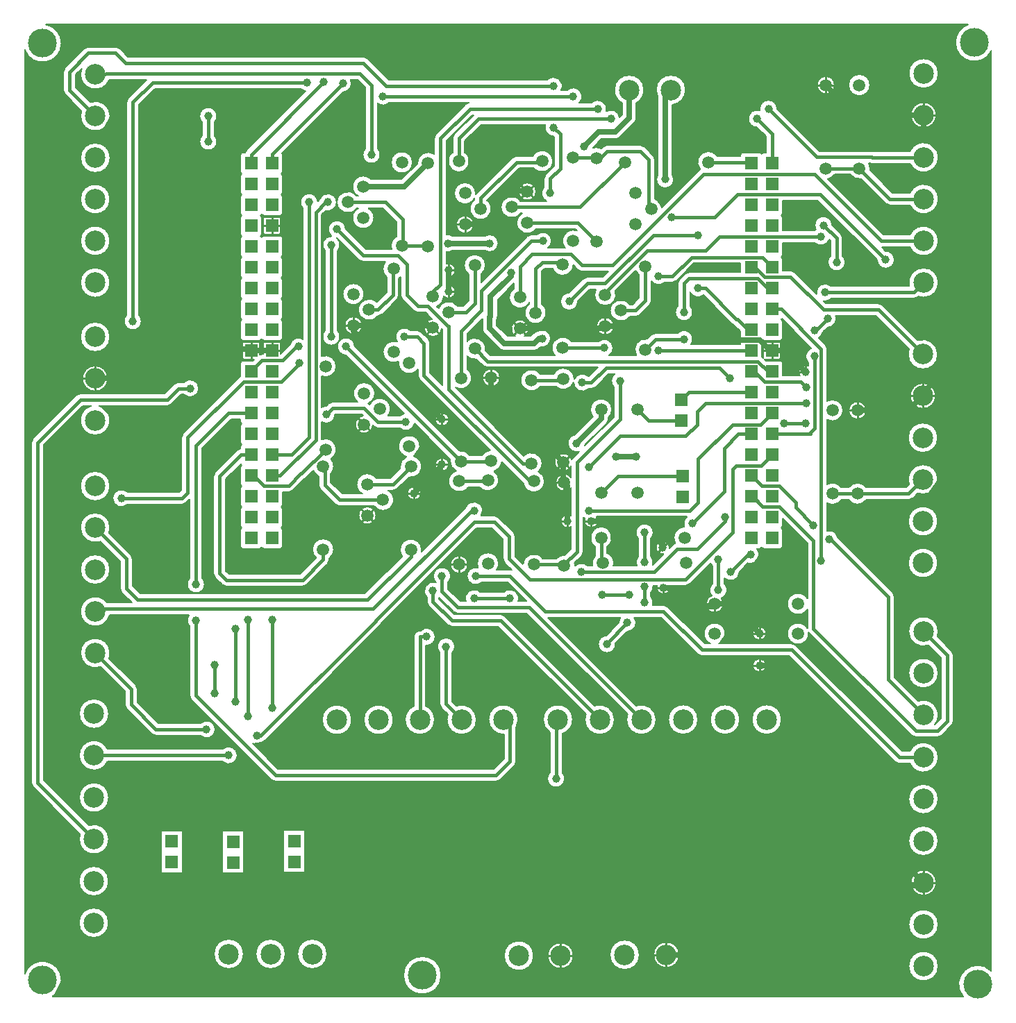
<source format=gbr>
G04 DesignSpark PCB Gerber Version 9.0 Build 5138 *
G04 #@! TF.Part,Single*
G04 #@! TF.FileFunction,Copper,L2,Bot *
G04 #@! TF.FilePolarity,Positive *
%FSLAX35Y35*%
%MOIN*%
G04 #@! TA.AperFunction,ComponentPad*
%ADD29R,0.05906X0.05906*%
G04 #@! TD.AperFunction*
%ADD12C,0.00500*%
%ADD76C,0.01000*%
%ADD25C,0.01500*%
%ADD23C,0.02520*%
G04 #@! TA.AperFunction,ComponentPad*
%ADD26R,0.05906X0.05906*%
%AMT26*0 Rounded Rectangle Pad at angle 90*4,1,8,0.02953,-0.02953,0.02953,0.02953,0.02953,0.02953,-0.02953,0.02953,-0.02953,0.02953,-0.02953,-0.02953,-0.02953,-0.02953,0.02953,-0.02953,0.02953,-0.02953,0*%
%ADD26T26*%
G04 #@! TA.AperFunction,ViaPad*
%ADD106C,0.03937*%
G04 #@! TA.AperFunction,ComponentPad*
%ADD28C,0.05906*%
%ADD88C,0.09843*%
G04 #@! TA.AperFunction,WasherPad*
%ADD107C,0.13780*%
X0Y0D02*
D02*
D12*
X2719Y457361D02*
Y13612D01*
G75*
G02X20382Y10486I8555J-3126*
G01*
G75*
G02X16030Y2719I-9108*
G01*
X453069*
G75*
G02X466679Y14809I7024J5799*
G01*
Y456836*
G75*
G02X449409Y460880I-8161J4044*
G01*
G75*
G02X455392Y469435I9108*
G01*
X12970*
G75*
G02X20382Y460486I-1697J-8949*
G01*
G75*
G02X2719Y457361I-9108*
G01*
X448494Y166510D02*
G75*
G02Y166509I-1187J0D01*
G01*
G75*
G02Y166506I-929J-1*
G01*
Y134900*
G75*
G02Y134897I-946J-1*
G01*
G75*
G02Y134896I-1253J0*
G01*
G75*
G02X447625Y132796I-2969J0*
G01*
X442900Y128072*
G75*
G02X440797Y127203I-2099J2099*
G01*
X430565*
G75*
G02X428463Y128075J2969*
G01*
X379256Y177282*
G75*
G02X379000Y177574I2096J2104*
G01*
G75*
G02X373872Y171732I-5128J-670*
G01*
G75*
G02X368701Y176904J5171*
G01*
G75*
G02X378384Y179430I5171*
G01*
Y188638*
G75*
G02X368740Y191234I-4472J2596*
G01*
G75*
G02X378384Y193830I5171*
G01*
Y220280*
X366563Y232101*
Y228978*
G75*
G02X365907Y227848I-1300*
G01*
G75*
G02X366563Y226719I-645J-1129*
G01*
Y218978*
G75*
G02X365263Y217677I-1300*
G01*
X357521*
G75*
G02X356392Y218333J1300*
G01*
G75*
G02X355263Y217677I-1129J645*
G01*
X354096*
G75*
G02X349998Y210760I-3059J-2860*
G01*
X345776Y206538*
G75*
G02X338652Y203565I-4187J11*
G01*
Y200841*
G75*
G02X337116Y193954I-2969J-2953*
G01*
G75*
G02X333911Y187031I-3204J-2719*
G01*
G75*
G02X332483Y195187J4203*
G01*
G75*
G02X332715Y200841I3200J2701*
G01*
Y209502*
G75*
G02X331865Y210737I2969J2953*
G01*
X322034Y200907*
G75*
G02X319931Y200037I-2099J2099*
G01*
X312374*
G75*
G02X312524Y199069I-3069J-969*
G01*
G75*
G02X306087I-3219*
G01*
G75*
G02X306236Y200037I3219*
G01*
X304397*
G75*
G02X303219Y196510I-4147J-575*
G01*
Y194935*
G75*
G02X304209Y190620I-2969J-2953*
G01*
X309305*
G75*
G02X311407Y189748J-2969*
G01*
X329039Y172116*
X331917*
G75*
G02X333872Y182075I1955J4787*
G01*
G75*
G02X335827Y172116J-5171*
G01*
X370876*
G75*
G02X372979Y171247I4J-2969*
G01*
X423763Y120463*
X427576*
G75*
G02X441209Y117494I6493J-2969*
G01*
G75*
G02X427576Y114526I-7140*
G01*
X422537*
G75*
G02X420434Y115395I-4J2969*
G01*
X369650Y166179*
X327809*
G75*
G02X325707Y167052J2969*
G01*
X308076Y184683*
X295308*
G75*
G02X291993Y177953I-3326J-2543*
G01*
X286311Y172270*
G75*
G02X286327Y171904I-4171J-367*
G01*
G75*
G02X277953I-4187*
G01*
G75*
G02X281713Y176069I4187*
G01*
X287795Y182151*
G75*
G02X288656Y184683I4187J-11*
G01*
X253873*
X296222Y142334*
G75*
G02X305854Y135644I2493J-6691*
G01*
G75*
G02X291575I-7140*
G01*
G75*
G02X292024Y138136I7140*
G01*
X243509Y186652*
X210486*
G75*
G02X208384Y187524J2969*
G01*
X201644Y194265*
Y193606*
X208960Y186289*
X231033*
G75*
G02X233137Y185420I4J-2969*
G01*
X276222Y142334*
G75*
G02X285854Y135644I2493J-6691*
G01*
G75*
G02X271575I-7140*
G01*
G75*
G02X272024Y138136I7140*
G01*
X229808Y180352*
X207734*
G75*
G02X205631Y181222I-4J2969*
G01*
X196576Y190277*
G75*
G02X195707Y192376I2100J2099*
G01*
G75*
G02Y192377I1187J1*
G01*
G75*
G02Y192380I929J2*
G01*
Y194541*
G75*
G02X200037Y201453I2969J2953*
G01*
Y201628*
G75*
G02X198819Y204581I2969J2953*
G01*
G75*
G02X207193I4187*
G01*
G75*
G02X205974Y201628I-4187*
G01*
Y198330*
X211716Y192589*
X214401*
G75*
G02X221313Y196919I3959J1362*
G01*
X232730*
G75*
G02X239642Y192589I2953J-2968*
G01*
X243477*
X234454Y201612*
X222100*
G75*
G02X214961Y204581I-2953J2969*
G01*
G75*
G02X220300Y208606I4187*
G01*
G75*
G02X219882Y210644I4753J2038*
G01*
G75*
G02X230224I5171*
G01*
G75*
G02X229196Y207549I-5171*
G01*
X235679*
G75*
G02X236507Y207433I4J-2968*
G01*
X233193Y210746*
G75*
G02X232321Y212848I2096J2102*
G01*
Y222249*
X226973Y227596*
X219590*
X173906Y181913*
G75*
G02X173215Y180828I-2791J1015*
G01*
X118097Y125710*
G75*
G02X117228Y125107I-2099J2100*
G01*
G75*
G02X112102Y124092I-3199J2702*
G01*
X124314Y111880*
X227761*
X232715Y116834*
Y128509*
G75*
G02X225315Y135644I-260J7135*
G01*
G75*
G02X239594I7140*
G01*
G75*
G02X238652Y132098I-7140*
G01*
Y115608*
G75*
G02Y115606I-946J-1*
G01*
G75*
G02Y115604I-1253J0*
G01*
G75*
G02X237782Y113505I-2969J0*
G01*
X231089Y106812*
G75*
G02X228986Y105943I-2099J2099*
G01*
X123085*
G75*
G02X120983Y106815J2969*
G01*
X82800Y144998*
G75*
G02X81927Y147100I2096J2102*
G01*
Y180368*
G75*
G02X81570Y185864I2969J2953*
G01*
X43481*
G75*
G02X29409Y187573I-6932J1709*
G01*
G75*
G02X42302Y191801I7140J0*
G01*
X54107*
X49332Y196576*
G75*
G02X48463Y198675I2100J2099*
G01*
G75*
G02Y198676I1187J1*
G01*
G75*
G02Y198679I929J2*
G01*
Y211658*
X39002Y221119*
G75*
G02X29370Y227809I-2493J6691*
G01*
G75*
G02X43650I7140*
G01*
G75*
G02X43200Y225317I-7140*
G01*
X53530Y214987*
G75*
G02X54400Y212888I-2100J-2099*
G01*
G75*
G02Y212887I-1187J0*
G01*
G75*
G02Y212884I-929J-1*
G01*
Y199905*
X58172Y196132*
X165950*
X183902Y214085*
G75*
G02X182874Y217179I4143J3095*
G01*
G75*
G02X193217I5171*
G01*
G75*
G02X193144Y216319I-5172*
G01*
X214481Y237656*
G75*
G02X222548Y236077I3879J-1580*
G01*
G75*
G02X221687Y233533I-4188*
G01*
X228199*
G75*
G02X230302Y232664I4J-2969*
G01*
X237389Y225578*
G75*
G02X238258Y223478I-2100J-2099*
G01*
G75*
G02Y223477I-1187J0*
G01*
G75*
G02Y223474I-929J-1*
G01*
Y214078*
X241938Y210398*
G75*
G02X251335Y213061I5162J-305*
G01*
X257954*
G75*
G02X262000Y214623I3714J-3598*
G01*
X264998Y217621*
Y228261*
G75*
G02X260024Y230959I-1756J2697*
G01*
G75*
G02X264998Y233656I3219*
G01*
Y246900*
G75*
G02X257465Y249463I-3331J2563*
G01*
G75*
G02X264998Y252026I4203*
G01*
Y257358*
G75*
G02X257071Y259305I-3724J1947*
G01*
G75*
G02X265281Y260570I4203*
G01*
G75*
G02X265870Y261407I2686J-1265*
G01*
X268830Y264366*
G75*
G02X263386Y268360I-1257J3994*
G01*
G75*
G02X266761Y272468I4187*
G01*
X275445Y281152*
G75*
G02X274213Y284502I3939J3350*
G01*
G75*
G02X284555I5171*
G01*
G75*
G02X282862Y280675I-5172*
G01*
Y280171*
G75*
G02X281843Y277712I-3478*
G01*
X271680Y267549*
G75*
G02X271567Y267104I-4108J809*
G01*
X285470Y281007*
Y295329*
G75*
G02X285902Y301612I2969J2953*
G01*
X282976*
X276759Y295395*
G75*
G02X274656Y294526I-2099J2099*
G01*
X273281*
G75*
G02X266142Y297494I-2953J2969*
G01*
G75*
G02X266142Y297562I4196J10*
G01*
G75*
G02X257560Y295707I-4869J1743*
G01*
X250154*
G75*
G02X240748Y298675I-4234J2969*
G01*
G75*
G02X250154Y301644I5171*
G01*
X256661*
G75*
G02X266445Y299305I4612J-2339*
G01*
G75*
G02X266438Y299041I-5174J-1*
G01*
G75*
G02X273281Y300463I3891J-1547*
G01*
X273430*
X277729Y304762*
X224817*
G75*
G02X222715Y305634J2969*
G01*
X219649Y308700*
G75*
G02X215030Y310206I-895J5094*
G01*
Y303933*
G75*
G02X209481Y295217I-2969J-4234*
G01*
X242315Y262383*
G75*
G02X251091Y258675I3604J-3708*
G01*
G75*
G02X249308Y254769I-5171*
G01*
G75*
G02X252272Y250093I-2207J-4676*
G01*
G75*
G02X242012Y249172I-5171*
G01*
X231780Y259404*
G75*
G02X228023Y254877I-5152J452*
G01*
G75*
G02X230224Y250644I-2970J-4233*
G01*
G75*
G02X221265Y247124I-5171*
G01*
X215508*
G75*
G02X206102Y250093I-4234J2969*
G01*
G75*
G02X209798Y255049I5171*
G01*
G75*
G02X206890Y259699I2263J4650*
G01*
G75*
G02X206968Y260594I5172J1*
G01*
X189788Y277773*
G75*
G02X182730Y275628I-4105J823*
G01*
X172301*
G75*
G02X170198Y276497I-4J2969*
G01*
X169781Y276914*
G75*
G02X161402Y277376I-4177J462*
G01*
G75*
G02X165143Y281553I4203J0*
G01*
X164375Y282321*
X151873*
X151681Y282129*
G75*
G02X145344Y278547I-4187J11*
G01*
Y270232*
G75*
G02X149680Y260886I1756J-4864*
G01*
G75*
G02X149675Y253782I-3761J-3550*
G01*
Y249511*
X155043Y244144*
X164688*
G75*
G02X167179Y253846I2491J4531*
G01*
G75*
G02X171413Y251644J-5171*
G01*
X178312*
X182952Y256284*
G75*
G02X182874Y257179I5094J894*
G01*
G75*
G02X185997Y261928I5171*
G01*
G75*
G02X182087Y266943I1261J5015*
G01*
G75*
G02X192429I5171*
G01*
G75*
G02X189306Y262194I-5171*
G01*
G75*
G02X187150Y252086I-1261J-5015*
G01*
X181641Y246576*
G75*
G02X179537Y245707I-2099J2099*
G01*
X177170*
G75*
G02X174679Y236004I-2491J-4531*
G01*
G75*
G02X170445Y238207J5171*
G01*
X153817*
G75*
G02X151714Y239076I-4J2969*
G01*
X144607Y246182*
G75*
G02X143738Y248281I2100J2099*
G01*
G75*
G02Y248283I1187J1*
G01*
G75*
G02Y248285I929J2*
G01*
Y252648*
G75*
G02X141185Y255255I2181J4689*
G01*
X137628Y251697*
G75*
G02X136812Y251118I-2103J2097*
G01*
X131483Y245789*
G75*
G02X129380Y244919I-2099J2099*
G01*
X126563*
Y238978*
G75*
G02X125907Y237848I-1300*
G01*
G75*
G02X126563Y236719I-645J-1129*
G01*
Y228978*
G75*
G02X125907Y227848I-1300*
G01*
G75*
G02X126563Y226719I-645J-1129*
G01*
Y218978*
G75*
G02X125263Y217677I-1300*
G01*
X117521*
G75*
G02X116392Y218333J1300*
G01*
G75*
G02X115263Y217677I-1129J645*
G01*
X107521*
G75*
G02X106220Y218978J1300*
G01*
Y226719*
G75*
G02X106876Y227848I1300*
G01*
G75*
G02X106220Y228978I645J1129*
G01*
Y236719*
G75*
G02X106876Y237848I1300*
G01*
G75*
G02X106220Y238978I645J1129*
G01*
Y246719*
G75*
G02X106876Y247848I1300*
G01*
G75*
G02X106220Y248978I645J1129*
G01*
Y256719*
G75*
G02X106876Y257848I1300*
G01*
G75*
G02X106377Y258360I645J1129*
G01*
X99281Y251265*
Y206991*
X100692Y205581*
X134847*
X142620Y213354*
G75*
G02X140748Y217337I3299J3983*
G01*
G75*
G02X151091I5171*
G01*
G75*
G02X148888Y213102I-5171*
G01*
Y212455*
G75*
G02X148015Y210353I-2969*
G01*
X138179Y200516*
G75*
G02X136077Y199644I-2102J2096*
G01*
X99463*
G75*
G02X97361Y200516J2969*
G01*
X94217Y203660*
G75*
G02X93344Y205762I2096J2102*
G01*
Y252494*
G75*
G02X94217Y254596I2969*
G01*
X104565Y264944*
G75*
G02X106220Y265783I2102J-2096*
G01*
Y266719*
G75*
G02X106876Y267848I1300*
G01*
G75*
G02X106220Y268978I645J1129*
G01*
Y276719*
G75*
G02X106876Y277848I1300*
G01*
G75*
G02X106220Y278978I645J1129*
G01*
Y279880*
X101794*
X87864Y265950*
Y203596*
G75*
G02X89083Y200644I-2969J-2953*
G01*
G75*
G02X80709I-4187*
G01*
G75*
G02X81927Y203596I4187*
G01*
Y241509*
X80302Y239883*
G75*
G02X78199Y239014I-2099J2099*
G01*
X52022*
G75*
G02X44882Y241982I-2953J2969*
G01*
G75*
G02X52022Y244951I4187*
G01*
X76973*
X77990Y245968*
Y271112*
G75*
G02Y271115I946J2*
G01*
G75*
G02Y271116I1253J1*
G01*
G75*
G02X78859Y273215I2969J0*
G01*
X105631Y299987*
G75*
G02X106220Y300444I2099J-2100*
G01*
Y306719*
G75*
G02X107521Y308020I1300*
G01*
X112089*
X112715Y308646*
X107922*
G75*
G02X107189Y309379J733*
G01*
Y316318*
G75*
G02X107922Y317051I733*
G01*
X114861*
G75*
G02X115594Y316318J-733*
G01*
Y310983*
G75*
G02X116396Y311093I797J-2859*
G01*
X117189*
Y316318*
G75*
G02X117922Y317051I733*
G01*
X124861*
G75*
G02X125594Y316318J-733*
G01*
Y311289*
X130018Y315712*
G75*
G02X136258Y318410I4090J-895*
G01*
Y381156*
G75*
G02X135039Y384108I2969J2953*
G01*
G75*
G02X143385Y384591I4187*
G01*
X144353Y385559*
G75*
G02X152469Y384108I3928J-1451*
G01*
G75*
G02X147242Y380052I-4188*
G01*
X145344Y378154*
Y310232*
G75*
G02X152272Y305368I1756J-4864*
G01*
G75*
G02X145344Y300504I-5171*
G01*
Y285733*
G75*
G02X147483Y286327I2150J-3593*
G01*
X148542Y287385*
G75*
G02X150644Y288258I2102J-2096*
G01*
X162476*
G75*
G02X165604Y297547I3128J4118*
G01*
G75*
G02X167507Y287568J-5171*
G01*
G75*
G02X167704Y287389I-1902J-2279*
G01*
X168301Y286791*
G75*
G02X178276Y284876I4804J-1915*
G01*
G75*
G02X177077Y281565I-5171J0*
G01*
X182730*
G75*
G02X184860Y282702I2952J-2969*
G01*
X156932Y310630*
G75*
G02X152756Y314817I11J4187*
G01*
G75*
G02X161130Y314828I4187*
G01*
X211166Y264792*
G75*
G02X216295Y262667I895J-5093*
G01*
X222287*
G75*
G02X226176Y265008I4341J-2811*
G01*
X192245Y298938*
G75*
G02X191376Y301037I2100J2099*
G01*
G75*
G02Y301039I1187J1*
G01*
G75*
G02Y301041I929J2*
G01*
Y303815*
G75*
G02X182130Y307613I-4118J3128*
G01*
G75*
G02X174606Y312219I-2353J4605*
G01*
G75*
G02X181497Y317095I5171*
G01*
G75*
G02X187848Y322510I3398J2446*
G01*
X191195*
G75*
G02X193297Y321637J-2969*
G01*
X196441Y318494*
G75*
G02X197313Y316392I-2096J-2102*
G01*
Y302267*
X203187Y296393*
Y323036*
X202852Y323371*
G75*
G02X194472Y323833I-4177J462*
G01*
G75*
G02X198213Y328010I4203J0*
G01*
X195083Y331140*
X191593*
G75*
G02X189489Y332009I-4J2969*
G01*
X183978Y337521*
G75*
G02X183108Y339620I2100J2099*
G01*
G75*
G02Y339621I1187J1*
G01*
G75*
G02Y339624I929J2*
G01*
Y348263*
G75*
G02X182352Y347734I-3330J3956*
G01*
Y339624*
G75*
G02Y339621I-946J-1*
G01*
G75*
G02Y339620I-1253J0*
G01*
G75*
G02X181483Y337521I-2969J0*
G01*
X174377Y330415*
G75*
G02X172274Y329545I-2099J2099*
G01*
X172220*
G75*
G02X162815Y332514I-4234J2969*
G01*
G75*
G02X171689Y336124I5172J0*
G01*
X176415Y340850*
Y348289*
G75*
G02X175822Y355549I3362J3929*
G01*
X165215*
G75*
G02X163111Y356419I-4J2969*
G01*
X152601Y366929*
G75*
G02X152437Y366933I8J4195*
G01*
G75*
G02X152825Y360683I-2581J-3297*
G01*
Y322494*
G75*
G02X154043Y319541I-2969J-2953*
G01*
G75*
G02X145669I-4187*
G01*
G75*
G02X146888Y322494I4187*
G01*
Y360683*
G75*
G02X150031Y367819I2969J2953*
G01*
G75*
G02X148425Y371116I2581J3297*
G01*
G75*
G02X156799Y371127I4187*
G01*
X166440Y361486*
X178850*
G75*
G02X181140Y367727I4864J1756*
G01*
Y374611*
X174591Y381159*
X167702*
G75*
G02X165211Y371457I-2491J-4531*
G01*
G75*
G02X162719Y381159J5171*
G01*
X161945*
G75*
G02X152539Y384128I-4234J2969*
G01*
G75*
G02X161945Y387096I5171*
G01*
X162719*
G75*
G02X165211Y396799I2491J4531*
G01*
G75*
G02X169037Y395106J-5172*
G01*
X183514*
X191148Y402740*
G75*
G02X191142Y402986I5170J247*
G01*
G75*
G02X199250Y407243I5171*
G01*
Y414817*
G75*
G02X200122Y416919I2969*
G01*
X214290Y431086*
G75*
G02X215961Y431927I2102J-2096*
G01*
X177612*
G75*
G02X172116Y431570I-2953J2969*
G01*
Y409896*
G75*
G02X173335Y406943I-2969J-2953*
G01*
G75*
G02X164961I-4187*
G01*
G75*
G02X166179Y409896I4187*
G01*
Y439178*
X162406Y442951*
X159169*
G75*
G02X155379Y437008I-3801J-1756*
G01*
X126092Y407721*
G75*
G02X126563Y406719I-830J-1002*
G01*
Y398978*
G75*
G02X125907Y397848I-1300*
G01*
G75*
G02X126563Y396719I-645J-1129*
G01*
Y388978*
G75*
G02X125907Y387848I-1300*
G01*
G75*
G02X126563Y386719I-645J-1129*
G01*
Y378978*
G75*
G02X125263Y377677I-1300*
G01*
X117521*
G75*
G02X116392Y378333J1300*
G01*
G75*
G02X115907Y377848I-1130J645*
G01*
G75*
G02X116563Y376719I-645J-1129*
G01*
Y368978*
G75*
G02X115907Y367848I-1300*
G01*
G75*
G02X116392Y367364I-645J-1130*
G01*
G75*
G02X117521Y368020I1129J-645*
G01*
X125263*
G75*
G02X126563Y366719J-1300*
G01*
Y358978*
G75*
G02X125907Y357848I-1300*
G01*
G75*
G02X126563Y356719I-645J-1129*
G01*
Y348978*
G75*
G02X125907Y347848I-1300*
G01*
G75*
G02X126563Y346719I-645J-1129*
G01*
Y338978*
G75*
G02X125907Y337848I-1300*
G01*
G75*
G02X126563Y336719I-645J-1129*
G01*
Y328978*
G75*
G02X125907Y327848I-1300*
G01*
G75*
G02X126563Y326719I-645J-1129*
G01*
Y318978*
G75*
G02X125263Y317677I-1300*
G01*
X117521*
G75*
G02X116392Y318333J1300*
G01*
G75*
G02X115263Y317677I-1129J645*
G01*
X107521*
G75*
G02X106220Y318978J1300*
G01*
Y326719*
G75*
G02X106876Y327848I1300*
G01*
G75*
G02X106220Y328978I645J1129*
G01*
Y336719*
G75*
G02X106876Y337848I1300*
G01*
G75*
G02X106220Y338978I645J1129*
G01*
Y346719*
G75*
G02X106876Y347848I1300*
G01*
G75*
G02X106220Y348978I645J1129*
G01*
Y356719*
G75*
G02X106876Y357848I1300*
G01*
G75*
G02X106220Y358978I645J1129*
G01*
Y366719*
G75*
G02X106876Y367848I1300*
G01*
G75*
G02X106220Y368978I645J1129*
G01*
Y376719*
G75*
G02X106876Y377848I1300*
G01*
G75*
G02X106220Y378978I645J1129*
G01*
Y386719*
G75*
G02X106876Y387848I1300*
G01*
G75*
G02X106220Y388978I645J1129*
G01*
Y396719*
G75*
G02X106876Y397848I1300*
G01*
G75*
G02X106220Y398978I645J1129*
G01*
Y406719*
G75*
G02X107521Y408020I1300*
G01*
X108582*
G75*
G02X109293Y409160I2810J-958*
G01*
X137562Y437430*
G75*
G02X135093Y438620I483J4159*
G01*
X65259*
X57549Y430910*
Y329974*
G75*
G02X58768Y327022I-2969J-2953*
G01*
G75*
G02X50394I-4187*
G01*
G75*
G02X51612Y329974I4187*
G01*
Y432140*
G75*
G02X52485Y434242I2969*
G01*
X61194Y442951*
X43287*
G75*
G02X29488Y445526I-6659J2575*
G01*
G75*
G02X30044Y448287I7141J0*
G01*
X27234Y445477*
Y439117*
X34135Y432216*
G75*
G02X43768Y425526I2493J-6691*
G01*
G75*
G02X29488I-7140*
G01*
G75*
G02X29937Y428018I7140*
G01*
X22170Y435786*
G75*
G02X21297Y437888I2096J2102*
G01*
Y446703*
G75*
G02Y446706I946J2*
G01*
G75*
G02Y446707I1253J1*
G01*
G75*
G02X22167Y448806I2969J0*
G01*
X31222Y457861*
G75*
G02X33325Y458730I2099J-2099*
G01*
X46309*
G75*
G02X48412Y457861I4J-2969*
G01*
X52267Y454006*
X165207*
G75*
G02X167310Y453137I4J-2969*
G01*
X177464Y442982*
X253596*
G75*
G02X260142Y437864I2953J-2968*
G01*
X263045*
G75*
G02X268982Y431959I2953J-2969*
G01*
X274856*
G75*
G02X281814Y427768I2953J-2969*
G01*
G75*
G02X288224Y425033I2294J-3502*
G01*
X289370Y426179*
Y431810*
G75*
G02X285709Y438045I3478J6235*
G01*
G75*
G02X299988I7140*
G01*
G75*
G02X296327Y431810I-7140*
G01*
Y424738*
G75*
G02X295308Y422279I-3478J0*
G01*
X288536Y415507*
G75*
G02X286074Y414488I-2459J2459*
G01*
X279644*
X275450Y410295*
G75*
G02X279389Y409965I1571J-4927*
G01*
X280038Y410614*
G75*
G02X282140Y411486I2102J-2096*
G01*
X298281*
G75*
G02X300383Y410614J-2969*
G01*
X304315Y406683*
G75*
G02X305187Y404581I-2096J-2102*
G01*
Y385799*
G75*
G02X308543Y381639I-1768J-4860*
G01*
X326494Y399590*
G75*
G02X326941Y399958I2102J-2097*
G01*
G75*
G02X330801Y408571I3860J3441*
G01*
G75*
G02X335035Y406368J-5171*
G01*
X346220*
Y406719*
G75*
G02X347521Y408020I1300*
G01*
X355263*
G75*
G02X356392Y407364J-1300*
G01*
G75*
G02X357521Y408020I1129J-645*
G01*
X358423*
Y415831*
X354176Y420079*
G75*
G02X350000Y424266I11J4187*
G01*
G75*
G02X355585Y428213I4187*
G01*
G75*
G02X355512Y428990I4114J778*
G01*
G75*
G02X363886Y429001I4187*
G01*
X384157Y408730*
X409292*
G75*
G02X409984Y408652I13J-2968*
G01*
X427654*
G75*
G02X441287Y405683I6493J-2969*
G01*
G75*
G02X427654Y402715I-7140*
G01*
X409397*
G75*
G02X408705Y402793I-13J2968*
G01*
X407870*
G75*
G02X408453Y400407I-4588J-2385*
G01*
G75*
G02X408375Y399512I-5172J-1*
G01*
X419235Y388652*
X427654*
G75*
G02X441287Y385683I6493J-2969*
G01*
G75*
G02X427654Y382715I-7140*
G01*
X418006*
G75*
G02X415904Y383587J2969*
G01*
X404177Y395314*
G75*
G02X399047Y397439I-895J5093*
G01*
X391492*
G75*
G02X388128Y395310I-4235J2968*
G01*
X414944Y368494*
X427615*
G75*
G02X441248Y365526I6493J-2969*
G01*
G75*
G02X427615Y362557I-7140*
G01*
X414188*
X416009Y360736*
G75*
G02X420185Y356549I-11J-4187*
G01*
G75*
G02X411811Y356538I-4187*
G01*
X383272Y385077*
X366563*
Y378978*
G75*
G02X365907Y377848I-1300*
G01*
G75*
G02X366563Y376719I-645J-1129*
G01*
Y370541*
X381943*
G75*
G02X382459Y370978I2953J-2969*
G01*
G75*
G02X381890Y373085I3618J2107*
G01*
G75*
G02X390264Y373096I4187*
G01*
X394472Y368887*
G75*
G02X395344Y366785I-2096J-2102*
G01*
Y358321*
G75*
G02X396563Y355368I-2969J-2953*
G01*
G75*
G02X388189I-4187*
G01*
G75*
G02X389407Y358321I4187*
G01*
Y365556*
X388828Y366135*
G75*
G02X381943Y364604I-3932J1438*
G01*
X366563*
Y358978*
G75*
G02X365907Y357848I-1300*
G01*
G75*
G02X366563Y356719I-645J-1129*
G01*
Y351250*
X370325*
G75*
G02X372428Y350381I4J-2969*
G01*
X382742Y340066*
G75*
G02X389817Y343770I4122J735*
G01*
X427188*
G75*
G02X434108Y352665I6920J1756*
G01*
G75*
G02Y338386J-7140*
G01*
G75*
G02X431616Y338835J7140*
G01*
X431483Y338702*
G75*
G02X429380Y337833I-2099J2099*
G01*
X389817*
G75*
G02X386129Y336679I-2953J2969*
G01*
X387306Y335502*
X412415*
G75*
G02X414517Y334630J-2969*
G01*
X431340Y317807*
G75*
G02X440972Y311116I2493J-6691*
G01*
G75*
G02X426693I-7140*
G01*
G75*
G02X427142Y313609I7140*
G01*
X411186Y329565*
X392004*
G75*
G02X388056Y324016I-3959J-1362*
G01*
X385836Y321796*
G75*
G02X383753Y319016I-4090J895*
G01*
X386995Y315774*
G75*
G02X387864Y313675I-2100J-2099*
G01*
G75*
G02Y313674I-1187J0*
G01*
G75*
G02Y313671I-929J-1*
G01*
Y288650*
G75*
G02X395579Y284148I2543J-4503*
G01*
G75*
G02X387864Y279645I-5171*
G01*
Y248650*
G75*
G02X394642Y247116I2543J-4503*
G01*
X398181*
G75*
G02X406650I4234J-2969*
G01*
X425713*
X427142Y248545*
G75*
G02X433833Y258177I6691J2493*
G01*
G75*
G02Y243898J-7140*
G01*
G75*
G02X431340Y244347J7140*
G01*
X429045Y242052*
G75*
G02X426943Y241179I-2102J2096*
G01*
X406650*
G75*
G02X398181I-4234J2969*
G01*
X394642*
G75*
G02X387864Y239645I-4234J2969*
G01*
Y226371*
G75*
G02X392923Y223193I969J-4074*
G01*
X419278Y196837*
G75*
G02X420148Y194738I-2100J-2099*
G01*
G75*
G02Y194737I-1187J0*
G01*
G75*
G02Y194734I-929J-1*
G01*
Y156007*
X431576Y144578*
G75*
G02X439401Y133140I2493J-6691*
G01*
X439572*
X442557Y136125*
Y165280*
X436561Y171276*
G75*
G02X426929Y177967I-2493J6691*
G01*
G75*
G02X441209I7140*
G01*
G75*
G02X440759Y175474I-7140*
G01*
X447625Y168609*
G75*
G02X448494Y166510I-2100J-2099*
G01*
X433833Y297287D02*
G75*
G02X440004Y291116J-6171D01*
G01*
G75*
G02X433833Y284945I-6171*
G01*
G75*
G02X427661Y291116J6171*
G01*
G75*
G02X433833Y297287I6171*
G01*
X426693Y271037D02*
G75*
G02X440972I7140D01*
G01*
G75*
G02X426693I-7140*
G01*
X398213Y284148D02*
G75*
G02X406618I4203D01*
G01*
G75*
G02X398213I-4203*
G01*
X426732Y210880D02*
G75*
G02X441012I7140D01*
G01*
G75*
G02X426732I-7140*
G01*
X426929Y157967D02*
G75*
G02X441209I7140D01*
G01*
G75*
G02X426929I-7140*
G01*
X426732Y230880D02*
G75*
G02X441012I7140D01*
G01*
G75*
G02X426732I-7140*
G01*
X352150Y177022D02*
G75*
G02X358587I3219D01*
G01*
G75*
G02X352150I-3219*
G01*
X426929Y77415D02*
G75*
G02X441209I7140D01*
G01*
G75*
G02X426929I-7140*
G01*
X426969Y17258D02*
G75*
G02X441248I7140D01*
G01*
G75*
G02X426969I-7140*
G01*
Y37258D02*
G75*
G02X441248I7140D01*
G01*
G75*
G02X426969I-7140*
G01*
X434108Y63508D02*
G75*
G02X440280Y57337J-6171D01*
G01*
G75*
G02X434108Y51165I-6171*
G01*
G75*
G02X427937Y57337J6171*
G01*
G75*
G02X434108Y63508I6171*
G01*
X426929Y97494D02*
G75*
G02X441209I7140D01*
G01*
G75*
G02X426929I-7140*
G01*
X331693Y135683D02*
G75*
G02X345972I7140D01*
G01*
G75*
G02X331693I-7140*
G01*
X351693D02*
G75*
G02X365972I7140D01*
G01*
G75*
G02X351693I-7140*
G01*
X352150Y161667D02*
G75*
G02X358587I3219D01*
G01*
G75*
G02X352150I-3219*
G01*
X311614Y135683D02*
G75*
G02X325894I7140D01*
G01*
G75*
G02X311614I-7140*
G01*
X304512Y22691D02*
G75*
G02X316854I6171D01*
G01*
G75*
G02X304512I-6171*
G01*
X283543D02*
G75*
G02X297823I7140D01*
G01*
G75*
G02X283543I-7140*
G01*
X251496Y135644D02*
G75*
G02X265776I7140D01*
G01*
G75*
G02X260699Y128809I-7140*
G01*
Y110289*
G75*
G02X261917Y107337I-2969J-2953*
G01*
G75*
G02X253543I-4187*
G01*
G75*
G02X254762Y110289I4187*
G01*
Y129646*
G75*
G02X251496Y135644I3874J5997*
G01*
X253724Y22258D02*
G75*
G02X266067I6171D01*
G01*
G75*
G02X253724I-6171*
G01*
X209962Y142334D02*
G75*
G02X219594Y135644I2493J-6691D01*
G01*
G75*
G02X205315I-7140*
G01*
G75*
G02X205764Y138136I7140*
G01*
X202878Y141022*
G75*
G02X202006Y143124I2096J2102*
G01*
Y167770*
G75*
G02X200787Y170722I2969J2953*
G01*
G75*
G02X209161I4187*
G01*
G75*
G02X207943Y167770I-4187*
G01*
Y144354*
X209962Y142334*
X192691Y178415D02*
G75*
G02X199831Y175447I2953J-2969D01*
G01*
G75*
G02X195344Y171270I-4187*
G01*
Y142137*
G75*
G02X199516Y135644I-2969J-6493*
G01*
G75*
G02X185236I-7140*
G01*
G75*
G02X189407Y142137I7140*
G01*
Y175447*
G75*
G02X192376Y178415I2969*
G01*
X192691*
X207071Y210093D02*
G75*
G02X215476I4203D01*
G01*
G75*
G02X207071I-4203*
G01*
X145433Y135565D02*
G75*
G02X159713I7140D01*
G01*
G75*
G02X145433I-7140*
G01*
X165433D02*
G75*
G02X179713I7140D01*
G01*
G75*
G02X165433I-7140*
G01*
X232756Y22258D02*
G75*
G02X247035I7140D01*
G01*
G75*
G02X232756I-7140*
G01*
X126969Y82547D02*
X137311D01*
Y62205*
X126969*
Y82547*
X133583Y23085D02*
G75*
G02X147862I7140D01*
G01*
G75*
G02X133583I-7140*
G01*
X184449Y12848D02*
G75*
G02X202665I9108D01*
G01*
G75*
G02X184449I-9108*
G01*
X113583Y23085D02*
G75*
G02X127862I7140D01*
G01*
G75*
G02X113583I-7140*
G01*
X222425Y299856D02*
G75*
G02X230831I4203D01*
G01*
G75*
G02X222425I-4203*
G01*
X199787Y258124D02*
G75*
G02X206224I3219D01*
G01*
G75*
G02X199787I-3219*
G01*
X186402Y244344D02*
G75*
G02X192839I3219D01*
G01*
G75*
G02X186402I-3219*
G01*
X162976Y233675D02*
G75*
G02X171382I4203D01*
G01*
G75*
G02X162976I-4203*
G01*
X199787Y279778D02*
G75*
G02X206224I3219D01*
G01*
G75*
G02X199787I-3219*
G01*
X160486Y345185D02*
G75*
G02X165657Y340014J-5171D01*
G01*
G75*
G02X160486Y334843I-5171*
G01*
G75*
G02X155315Y340014J5171*
G01*
G75*
G02X160486Y345185I5171*
G01*
X156283Y325014D02*
G75*
G02X164689I4203D01*
G01*
G75*
G02X156283I-4203*
G01*
X178543Y403242D02*
G75*
G02X188886I5171D01*
G01*
G75*
G02X178543I-5171*
G01*
X124861Y377051D02*
G75*
G02X125594Y376318J-733D01*
G01*
Y369379*
G75*
G02X124861Y368646I-733*
G01*
X117922*
G75*
G02X117189Y369379J733*
G01*
Y376318*
G75*
G02X117922Y377051I733*
G01*
X124861*
X86614Y425447D02*
G75*
G02X94988I4187D01*
G01*
G75*
G02X93770Y422494I-4187*
G01*
Y416195*
G75*
G02X94988Y413242I-2969J-2953*
G01*
G75*
G02X86614I-4187*
G01*
G75*
G02X87833Y416195I4187*
G01*
Y422494*
G75*
G02X86614Y425447I2969J2953*
G01*
X29370Y319463D02*
G75*
G02X43650I7140D01*
G01*
G75*
G02X29370I-7140*
G01*
X36510Y305634D02*
G75*
G02X42681Y299463J-6171D01*
G01*
G75*
G02X36510Y293291I-6171*
G01*
G75*
G02X30339Y299463J6171*
G01*
G75*
G02X36510Y305634I6171*
G01*
X29409Y345526D02*
G75*
G02X43689I7140D01*
G01*
G75*
G02X29409I-7140*
G01*
Y365604D02*
G75*
G02X43689I7140D01*
G01*
G75*
G02X29409I-7140*
G01*
Y385604D02*
G75*
G02X43689I7140D01*
G01*
G75*
G02X29409I-7140*
G01*
X29488Y405447D02*
G75*
G02X43768I7140D01*
G01*
G75*
G02X29488I-7140*
G01*
X305709Y438045D02*
G75*
G02X319988I7140D01*
G01*
G75*
G02X313571Y430942I-7140*
G01*
Y397463*
G75*
G02X314280Y395132I-3478J-2331*
G01*
G75*
G02X305906I-4187*
G01*
G75*
G02X306614Y397463I4187*
G01*
Y434565*
G75*
G02X305709Y438045I6234J3480*
G01*
X383055Y440407D02*
G75*
G02X391461I4203D01*
G01*
G75*
G02X383055I-4203*
G01*
X398110D02*
G75*
G02X408453I5171D01*
G01*
G75*
G02X398110I-5171*
G01*
X427008Y445998D02*
G75*
G02X441287I7140D01*
G01*
G75*
G02X427008I-7140*
G01*
X434148Y432169D02*
G75*
G02X440319Y425998J-6171D01*
G01*
G75*
G02X434148Y419827I-6171*
G01*
G75*
G02X427976Y425998J6171*
G01*
G75*
G02X434148Y432169I6171*
G01*
X79187Y297707D02*
G75*
G02X86327Y294738I2953J-2969D01*
G01*
G75*
G02X79187Y291770I-4187*
G01*
X77857*
X73215Y287127*
G75*
G02X71112Y286258I-2099J2099*
G01*
X38440*
G75*
G02X36510Y272244I-1930J-6874*
G01*
G75*
G02X34580Y286258J7140*
G01*
X30613*
X11880Y267524*
Y106480*
X33466Y84893*
G75*
G02X43098Y78203I2493J-6691*
G01*
G75*
G02X28819I-7140*
G01*
G75*
G02X29268Y80695I7140*
G01*
X6812Y103151*
G75*
G02X5943Y105250I2100J2099*
G01*
G75*
G02Y105251I1187J1*
G01*
G75*
G02Y105254I929J2*
G01*
Y268754*
G75*
G02X6815Y270856I2969*
G01*
X27282Y291322*
G75*
G02X29384Y292195I2102J-2096*
G01*
X69887*
X74529Y296837*
G75*
G02X76632Y297707I2099J-2099*
G01*
X79187*
X28819Y98203D02*
G75*
G02X43098I7140D01*
G01*
G75*
G02X28819I-7140*
G01*
X97691Y121447D02*
G75*
G02X104831Y118478I2953J-2969D01*
G01*
G75*
G02X97691Y115510I-4187*
G01*
X42452*
G75*
G02X28819Y118478I-6493J2969*
G01*
G75*
G02X42452Y121447I7140*
G01*
X97691*
X68110Y82311D02*
X78453D01*
Y61969*
X68110*
Y82311*
X93504Y23085D02*
G75*
G02X107783I7140D01*
G01*
G75*
G02X93504I-7140*
G01*
X97638Y82232D02*
X107980D01*
Y61890*
X97638*
Y82232*
X28819Y138478D02*
G75*
G02X43098I7140D01*
G01*
G75*
G02X28819I-7140*
G01*
X29370Y207730D02*
G75*
G02X43650I7140D01*
G01*
G75*
G02X29370I-7140*
G01*
X87061Y133927D02*
G75*
G02X94201Y130959I2953J-2969D01*
G01*
G75*
G02X87061Y127990I-4187*
G01*
X65604*
G75*
G02X63502Y128863J2969*
G01*
X51697Y140668*
G75*
G02X50825Y142770I2096J2102*
G01*
Y149099*
X39042Y160882*
G75*
G02X29409Y167573I-2493J6691*
G01*
G75*
G02X43689I7140*
G01*
G75*
G02X43240Y165080I-7140*
G01*
X55893Y152428*
G75*
G02X56762Y150329I-2100J-2099*
G01*
G75*
G02Y150328I-1187J0*
G01*
G75*
G02Y150325I-929J-1*
G01*
Y143999*
X66834Y133927*
X87061*
X29370Y247809D02*
G75*
G02X43650I7140D01*
G01*
G75*
G02X29370I-7140*
G01*
X28740Y38045D02*
G75*
G02X43020I7140D01*
G01*
G75*
G02X28740I-7140*
G01*
Y58045D02*
G75*
G02X43020I7140D01*
G01*
G75*
G02X28740I-7140*
G01*
X2969Y17258D02*
G36*
Y14226D01*
G75*
G02X5182Y17258I8305J-3740*
G01*
X2969*
G37*
X20382Y10486D02*
G36*
G75*
G02X16416Y2969I-9108D01*
G01*
X452870*
G75*
G02X450984Y8518I7223J5549*
G01*
G75*
G02X457529Y17258I9108*
G01*
X441248*
G75*
G02X426969I-7140*
G01*
X313610*
G75*
G02X307756I-2927J5433*
G01*
X295315*
G75*
G02X286051I-4632J5433*
G01*
X263513*
G75*
G02X256278I-3617J5000*
G01*
X244993*
G75*
G02X234799I-5097J5000*
G01*
X201527*
G75*
G02X202665Y12848I-7970J-4410*
G01*
G75*
G02X184449I-9108*
G01*
G75*
G02X185587Y17258I9109J0*
G01*
X144848*
G75*
G02X136596I-4126J5827*
G01*
X124848*
G75*
G02X116596I-4126J5827*
G01*
X104770*
G75*
G02X96518I-4126J5827*
G01*
X17365*
G75*
G02X20382Y10486I-6091J-6772*
G01*
G37*
X462656Y17258D02*
G36*
G75*
G02X466429Y15060I-2564J-8741D01*
G01*
Y17258*
X462656*
G37*
X2969Y37258D02*
G36*
Y17258D01*
X5182*
G75*
G02X17365I6091J-6772*
G01*
X96518*
G75*
G02X93504Y23085I4126J5827*
G01*
G75*
G02X107783I7140*
G01*
G75*
G02X104770Y17258I-7140*
G01*
X116596*
G75*
G02X113583Y23085I4126J5827*
G01*
G75*
G02X127862I7140*
G01*
G75*
G02X124848Y17258I-7140*
G01*
X136596*
G75*
G02X133583Y23085I4126J5827*
G01*
G75*
G02X147862I7140*
G01*
G75*
G02X144848Y17258I-7140*
G01*
X185587*
G75*
G02X201527I7970J-4409*
G01*
X234799*
G75*
G02X232756Y22258I5097J5000*
G01*
G75*
G02X247035I7140*
G01*
G75*
G02X244993Y17258I-7140*
G01*
X256278*
G75*
G02X253724Y22258I3617J5000*
G01*
G75*
G02X266067I6171*
G01*
G75*
G02X263513Y17258I-6171*
G01*
X286051*
G75*
G02X283543Y22691I4632J5433*
G01*
G75*
G02X297823I7140*
G01*
G75*
G02X295315Y17258I-7140*
G01*
X307756*
G75*
G02X304512Y22691I2927J5433*
G01*
G75*
G02X316854I6171*
G01*
G75*
G02X313610Y17258I-6171*
G01*
X426969*
G75*
G02X441248I7140*
G01*
X457529*
G75*
G02X462656I2563J-8740*
G01*
X466429*
Y37258*
X441248*
G75*
G02X426969I-7140*
G01*
X42976*
G75*
G02X28784I-7096J787*
G01*
X2969*
G37*
Y57337D02*
G36*
Y37258D01*
X28784*
G75*
G02X28740Y38045I7097J789*
G01*
G75*
G02X43020I7140*
G01*
G75*
G02X42976Y37258I-7141J2*
G01*
X426969*
G75*
G02X441248I7140*
G01*
X466429*
Y57337*
X440280*
G75*
G02X434108Y51165I-6171*
G01*
G75*
G02X427937Y57337J6171*
G01*
X42984*
G75*
G02X28776I-7104J709*
G01*
X2969*
G37*
Y77415D02*
G36*
Y57337D01*
X28776*
G75*
G02X28740Y58045I7105J711*
G01*
G75*
G02X43020I7140*
G01*
G75*
G02X42984Y57337I-7140J2*
G01*
X427937*
G75*
G02X434108Y63508I6171*
G01*
G75*
G02X440280Y57337J-6171*
G01*
X466429*
Y77415*
X441209*
G75*
G02X426929I-7140*
G01*
X137311*
Y62205*
X126969*
Y77415*
X107980*
Y61890*
X97638*
Y77415*
X78453*
Y61969*
X68110*
Y77415*
X43055*
G75*
G02X28863I-7096J787*
G01*
X2969*
G37*
Y97494D02*
G36*
Y77415D01*
X28863*
G75*
G02X28819Y78203I7097J789*
G01*
G75*
G02X29268Y80695I7154J-2*
G01*
X12469Y97494*
X2969*
G37*
X28854D02*
G36*
X20865D01*
X33466Y84893*
G75*
G02X43098Y78203I2493J-6691*
G01*
G75*
G02X43055Y77415I-7141J2*
G01*
X68110*
Y82311*
X78453*
Y77415*
X97638*
Y82232*
X107980*
Y77415*
X126969*
Y82547*
X137311*
Y77415*
X426929*
G75*
G02X441209I7140*
G01*
X466429*
Y97494*
X441209*
G75*
G02X426929I-7140*
G01*
X43063*
G75*
G02X28854I-7104J709*
G01*
G37*
X2969Y118478D02*
G36*
Y97494D01*
X12469*
X6812Y103151*
G75*
G02X5943Y105250I2100J2099*
G01*
Y105251*
Y105254*
Y118478*
X2969*
G37*
X11880D02*
G36*
Y106480D01*
X20865Y97494*
X28854*
G75*
G02X28819Y98203I7105J711*
G01*
G75*
G02X43098I7140*
G01*
G75*
G02X43063Y97494I-7140J2*
G01*
X426929*
G75*
G02X441209I7140*
G01*
X466429*
Y118478*
X441141*
G75*
G02X441209Y117494I-7073J-984*
G01*
Y117494*
G75*
G02X427576Y114526I-7140*
G01*
X422537*
G75*
G02X420434Y115395I-4J2970*
G01*
X417351Y118478*
X260699*
Y110289*
G75*
G02X261917Y107337I-2967J-2952*
G01*
Y107337*
G75*
G02X253543I-4187*
G01*
Y107337*
G75*
G02X254762Y110289I4186*
G01*
Y118478*
X238652*
Y115608*
Y115606*
Y115604*
G75*
G02X237782Y113505I-2969*
G01*
X231089Y106812*
G75*
G02X228986Y105943I-2099J2100*
G01*
X123085*
G75*
G02X120983Y106815I0J2969*
G01*
X109320Y118478*
X104831*
G75*
G02X97691Y115510I-4187*
G01*
X42452*
G75*
G02X28819Y118478I-6493J2969*
G01*
X11880*
G37*
X117716D02*
G36*
X124314Y111880D01*
X227761*
X232715Y116834*
Y118478*
X117716*
G37*
X2969Y135683D02*
G36*
Y118478D01*
X5943*
Y135683*
X2969*
G37*
X11880D02*
G36*
Y118478D01*
X28819*
G75*
G02X42452Y121447I7140*
G01*
X97691*
G75*
G02X104831Y118478I2953J-2969*
G01*
X109320*
X92115Y135683*
X65078*
X66834Y133927*
X87061*
G75*
G02X94201Y130959I2953J-2969*
G01*
G75*
G02X87061Y127990I-4187*
G01*
X65604*
G75*
G02X63502Y128863I0J2969*
G01*
X56682Y135683*
X42528*
G75*
G02X29389I-6570J2795*
G01*
X11880*
G37*
X117228Y125107D02*
G36*
G75*
G02X112102Y124092I-3199J2702D01*
G01*
X117716Y118478*
X232715*
Y128509*
G75*
G02X225315Y135643I-260J7135*
G01*
Y135644*
G75*
G02Y135683I7161J20*
G01*
X219594*
G75*
G02Y135644I-7161J-20*
G01*
G75*
G02X205315I-7140*
G01*
G75*
G02Y135683I7161J20*
G01*
X199516*
G75*
G02Y135644I-7161J-20*
G01*
G75*
G02X185236I-7140*
G01*
G75*
G02Y135683I7161J20*
G01*
X179712*
G75*
G02X179713Y135565I-7145J-107*
G01*
G75*
G02X165433I-7140*
G01*
G75*
G02X165434Y135683I7146J11*
G01*
X159712*
G75*
G02X159713Y135565I-7145J-107*
G01*
G75*
G02X145433I-7140*
G01*
G75*
G02X145434Y135683I7146J11*
G01*
X128070*
X118097Y125710*
G75*
G02X117228Y125107I-2100J2102*
G01*
G37*
X238652Y132098D02*
G36*
Y118478D01*
X254762*
Y129646*
G75*
G02X251496Y135643I3872J5996*
G01*
G75*
G02Y135644I11279J0*
G01*
G75*
G02Y135683I7161J20*
G01*
X239594*
G75*
G02Y135644I-7161J-20*
G01*
G75*
G02X238652Y132098I-7140*
G01*
G37*
X260699Y128809D02*
G36*
Y118478D01*
X417351*
X400146Y135683*
X365972*
G75*
G02X351693I-7140*
G01*
X345972*
G75*
G02X331693I-7140*
G01*
X325894*
G75*
G02X311614I-7140*
G01*
X305854*
G75*
G02Y135644I-7161J-20*
G01*
G75*
G02X291575I-7140*
G01*
G75*
G02Y135683I7161J20*
G01*
X285854*
G75*
G02Y135644I-7161J-20*
G01*
G75*
G02X271575I-7140*
G01*
G75*
G02Y135683I7161J20*
G01*
X265776*
G75*
G02Y135644I-7161J-20*
G01*
Y135643*
G75*
G02X260699Y128809I-7139*
G01*
G37*
X420855Y135683D02*
G36*
X408543D01*
X423763Y120463*
X427576*
G75*
G02X441141Y118478I6493J-2969*
G01*
X466429*
Y135683*
X448494*
Y134900*
Y134897*
Y134896*
G75*
G02X447625Y132796I-2969*
G01*
X442900Y128072*
G75*
G02X440797Y127203I-2099J2100*
G01*
X430565*
G75*
G02X428463Y128075I0J2969*
G01*
X420855Y135683*
G37*
X439401Y133140D02*
G36*
X439572D01*
X442115Y135683*
X440860*
G75*
G02X439401Y133140I-6791J2205*
G01*
G37*
X2969Y157967D02*
G36*
Y135683D01*
X5943*
Y157967*
X2969*
G37*
X11880D02*
G36*
Y135683D01*
X29389*
G75*
G02X28819Y138478I6570J2796*
G01*
G75*
G02X43098I7140*
G01*
G75*
G02X42528Y135683I-7140J0*
G01*
X56682*
X51697Y140668*
G75*
G02X50825Y142770I2096J2102*
G01*
Y149099*
X41957Y157967*
X11880*
G37*
X50354D02*
G36*
X55893Y152428D01*
G75*
G02X56762Y150329I-2100J-2099*
G01*
Y150328*
Y150325*
Y143999*
X65078Y135683*
X92115*
X82800Y144998*
G75*
G02X81927Y147100I2096J2102*
G01*
Y157967*
X50354*
G37*
X128070Y135683D02*
G36*
X145434D01*
G75*
G02X159712I7139J-118*
G01*
X165434*
G75*
G02X179712I7139J-118*
G01*
X185236*
G75*
G02X189407Y142137I7140J-40*
G01*
Y157967*
X150354*
X128070Y135683*
G37*
X195344Y157967D02*
G36*
Y142137D01*
G75*
G02X199516Y135683I-2969J-6494*
G01*
X205315*
G75*
G02X205764Y138136I7153J-42*
G01*
X202878Y141022*
G75*
G02X202006Y143124I2096J2102*
G01*
Y157967*
X195344*
G37*
X207943D02*
G36*
Y144354D01*
X209962Y142334*
G75*
G02X219594Y135683I2493J-6691*
G01*
X225315*
G75*
G02X239594I7140J-39*
G01*
X251496*
G75*
G02X265776I7140J-39*
G01*
X271575*
G75*
G02X272024Y138136I7153J-42*
G01*
X252194Y157967*
X207943*
G37*
X272194D02*
G36*
X260590D01*
X276222Y142334*
G75*
G02X285854Y135683I2493J-6691*
G01*
X291575*
G75*
G02X292024Y138136I7153J-42*
G01*
X272194Y157967*
G37*
X280590D02*
G36*
X296222Y142334D01*
G75*
G02X305854Y135683I2493J-6691*
G01*
X311614*
G75*
G02X325894I7140*
G01*
X331693*
G75*
G02X345972I7140*
G01*
X351693*
G75*
G02X365972I7140*
G01*
X400146*
X377863Y157967*
X280590*
G37*
X398572D02*
G36*
X386259D01*
X408543Y135683*
X420855*
X398572Y157967*
G37*
X420148D02*
G36*
Y156007D01*
X431576Y144578*
G75*
G02X441209Y137888I2493J-6691*
G01*
G75*
G02X440860Y135683I-7140J0*
G01*
X442115*
X442557Y136125*
Y157967*
X441209*
G75*
G02X426929I-7140*
G01*
X420148*
G37*
X448494D02*
G36*
Y135683D01*
X466429*
Y157967*
X448494*
G37*
X2969Y161667D02*
G36*
Y157967D01*
X5943*
Y161667*
X2969*
G37*
X11880D02*
G36*
Y157967D01*
X41957*
X39042Y160882*
G75*
G02X32536Y161667I-2493J6690*
G01*
X11880*
G37*
X46653D02*
G36*
X50354Y157967D01*
X81927*
Y161667*
X46653*
G37*
X154055D02*
G36*
X150354Y157967D01*
X189407*
Y161667*
X154055*
G37*
X195344D02*
G36*
Y157967D01*
X202006*
Y161667*
X195344*
G37*
X207943D02*
G36*
Y157967D01*
X252194*
X248493Y161667*
X207943*
G37*
X256889D02*
G36*
X260590Y157967D01*
X272194*
X268493Y161667*
X256889*
G37*
X276889D02*
G36*
X280590Y157967D01*
X377863*
X374162Y161667*
X358587*
G75*
G02X352150I-3219*
G01*
X276889*
G37*
X382559D02*
G36*
X386259Y157967D01*
X398572*
X394871Y161667*
X382559*
G37*
X420148D02*
G36*
Y157967D01*
X426929*
G75*
G02X427963Y161667I7140J0*
G01*
X420148*
G37*
X440175D02*
G36*
G75*
G02X441209Y157967I-6106J-3700D01*
G01*
X442557*
Y161667*
X440175*
G37*
X448494D02*
G36*
Y157967D01*
X466429*
Y161667*
X448494*
G37*
X2969Y177022D02*
G36*
Y161667D01*
X5943*
Y177022*
X2969*
G37*
X11880D02*
G36*
Y161667D01*
X32536*
G75*
G02X29409Y167572I4013J5905*
G01*
Y167573*
G75*
G02X43689I7140*
G01*
G75*
G02X43240Y165080I-7154J2*
G01*
X46653Y161667*
X81927*
Y177022*
X11880*
G37*
X169409D02*
G36*
X154055Y161667D01*
X189407*
Y175447*
Y175447*
G75*
G02X189859Y177022I2969*
G01*
X169409*
G37*
X195344Y171270D02*
G36*
Y161667D01*
X202006*
Y167770*
G75*
G02X200787Y170722I2967J2952*
G01*
Y170722*
G75*
G02X209161I4187*
G01*
Y170722*
G75*
G02X207943Y167770I-4186*
G01*
Y161667*
X248493*
X233139Y177022*
X199523*
G75*
G02X199831Y175447I-3880J-1575*
G01*
G75*
G02X195344Y171270I-4187J0*
G01*
G37*
X253139Y177022D02*
G36*
X241535D01*
X256889Y161667*
X268493*
X253139Y177022*
G37*
X261535D02*
G36*
X276889Y161667D01*
X352150*
G75*
G02X358587I3219*
G01*
X374162*
X369650Y166179*
X327809*
G75*
G02X325707Y167052I0J2969*
G01*
X315737Y177022*
X291062*
X286311Y172270*
G75*
G02X286327Y171908I-4054J-362*
G01*
G75*
G02Y171904I-3939J-2*
G01*
G75*
G02X277953I-4187*
G01*
Y171904*
G75*
G02X281713Y176069I4187*
G01*
X282666Y177022*
X261535*
G37*
X328701Y176904D02*
G36*
G75*
G02X328702Y177022I5174J7D01*
G01*
X324133*
X329039Y172116*
X331917*
G75*
G02X328701Y176904I1955J4787*
G01*
G37*
X339043D02*
G36*
G75*
G02X335827Y172116I-5171D01*
G01*
X370876*
G75*
G02X372979Y171247I4J-2970*
G01*
X382559Y161667*
X394871*
X379517Y177022*
X379042*
G75*
G02X379043Y176904I-5177J-128*
G01*
G75*
G02X373872Y171732I-5171*
G01*
G75*
G02X368701Y176903J5171*
G01*
Y176904*
G75*
G02X368702Y177022I5174J7*
G01*
X358587*
G75*
G02X352150I-3219*
G01*
X339042*
G75*
G02X339043Y176904I-5173J-111*
G01*
G37*
X420148Y177022D02*
G36*
Y161667D01*
X427963*
G75*
G02X440175I6106J-3701*
G01*
X442557*
Y165280*
X436561Y171276*
G75*
G02X426992Y177022I-2493J6690*
G01*
X420148*
G37*
X441146D02*
G36*
G75*
G02X440759Y175474I-7090J947D01*
G01*
X447625Y168609*
G75*
G02X448494Y166510I-2100J-2099*
G01*
Y166509*
Y166506*
Y161667*
X466429*
Y177022*
X441146*
G37*
X2969Y210880D02*
G36*
Y177022D01*
X5943*
Y210880*
X2969*
G37*
X11880D02*
G36*
Y177022D01*
X81927*
Y180368*
G75*
G02X80709Y183321I2969J2953*
G01*
G75*
G02X81570Y185864I4187J0*
G01*
X43481*
G75*
G02X29409Y187573I-6932J1709*
G01*
G75*
G02X42302Y191801I7140J-1*
G01*
X54107*
X49332Y196576*
G75*
G02X48463Y198675I2100J2099*
G01*
Y198676*
Y198679*
Y210880*
X42917*
G75*
G02X43650Y207730I-6407J-3150*
G01*
G75*
G02X29370I-7140*
G01*
G75*
G02X30102Y210880I7140*
G01*
X11880*
G37*
X54400D02*
G36*
Y199905D01*
X58172Y196132*
X165950*
X180698Y210880*
X148435*
G75*
G02X148015Y210353I-2517J1574*
G01*
X138179Y200516*
G75*
G02X136077Y199644I-2102J2096*
G01*
X99463*
G75*
G02X97361Y200516I0J2969*
G01*
X94217Y203660*
G75*
G02X93344Y205762I2096J2102*
G01*
Y210880*
X87864*
Y203596*
G75*
G02X89083Y200644I-2967J-2952*
G01*
Y200644*
G75*
G02X80709I-4187*
G01*
Y200644*
G75*
G02X81927Y203596I4186*
G01*
Y210880*
X54400*
G37*
X99281D02*
G36*
Y206991D01*
X100692Y205581*
X134847*
X140146Y210880*
X99281*
G37*
X173215Y180828D02*
G36*
X169409Y177022D01*
X189859*
G75*
G02X192376Y178415I2516J-1574*
G01*
X192691*
G75*
G02X199523Y177022I2953J-2969*
G01*
X233139*
X229808Y180352*
X207734*
G75*
G02X205631Y181222I-4J2970*
G01*
X196576Y190277*
G75*
G02X195707Y192376I2100J2099*
G01*
Y192377*
Y192380*
Y194541*
G75*
G02X194488Y197494I2969J2953*
G01*
G75*
G02X200037Y201453I4187*
G01*
Y201628*
G75*
G02X198819Y204580I2967J2952*
G01*
Y204581*
G75*
G02X207193I4187*
G01*
Y204580*
G75*
G02X205974Y201628I-4186*
G01*
Y198330*
X211716Y192589*
X214401*
G75*
G02X214173Y193951I3959J1363*
G01*
G75*
G02X221313Y196919I4187*
G01*
X232730*
G75*
G02X239870Y193951I2953J-2968*
G01*
G75*
G02X239642Y192589I-4186*
G01*
X243477*
X234454Y201612*
X222100*
G75*
G02X214961Y204581I-2953J2969*
G01*
G75*
G02X220300Y208606I4187*
G01*
G75*
G02X219882Y210644I4761J2040*
G01*
G75*
G02X219887Y210880I5172J-2*
G01*
X215402*
G75*
G02X215476Y210093I-4128J-787*
G01*
G75*
G02X207071I-4203*
G01*
G75*
G02X207145Y210880I4203*
G01*
X202873*
X173906Y181913*
G75*
G02X173215Y180828I-2787J1012*
G01*
G37*
X201644Y194265D02*
G36*
Y193606D01*
X208960Y186289*
X231033*
G75*
G02X233137Y185420I4J-2970*
G01*
X241535Y177022*
X253139*
X243509Y186652*
X210486*
G75*
G02X208384Y187524I0J2969*
G01*
X201644Y194265*
G37*
X230224Y210644D02*
G36*
G75*
G02X229196Y207549I-5173J0D01*
G01*
X235679*
G75*
G02X236507Y207433I2J-2985*
G01*
X233193Y210746*
G75*
G02X233067Y210880I2096J2105*
G01*
X230219*
G75*
G02X230224Y210644I-5166J-239*
G01*
G37*
X241456Y210880D02*
G36*
X241938Y210398D01*
G75*
G02X241989Y210880I5163J-304*
G01*
X241456*
G37*
X253873Y184683D02*
G36*
X261535Y177022D01*
X282666*
X287795Y182151*
G75*
G02X288656Y184683I4187J-11*
G01*
X253873*
G37*
X291993Y177953D02*
G36*
X291062Y177022D01*
X315737*
X308076Y184683*
X295308*
G75*
G02X296169Y182140I-3326J-2544*
G01*
G75*
G02X291993Y177953I-4187*
G01*
G37*
X303219Y196510D02*
G36*
Y194935D01*
G75*
G02X304437Y191982I-2969J-2953*
G01*
G75*
G02X304209Y190620I-4187J0*
G01*
X309305*
G75*
G02X311407Y189748I0J-2969*
G01*
X324133Y177022*
X328702*
G75*
G02X333872Y182075I5170J-118*
G01*
G75*
G02X339042Y177022J-5171*
G01*
X352150*
G75*
G02X358587I3219*
G01*
X368702*
G75*
G02X378384Y179430I5170J-118*
G01*
Y188638*
G75*
G02X368740Y191234I-4472J2596*
G01*
Y191234*
Y191235*
G75*
G02X378384Y193830I5171*
G01*
Y210880*
X352465*
G75*
G02X349998Y210760I-1428J3937*
G01*
X345776Y206538*
G75*
G02X338652Y203565I-4187J11*
G01*
Y200841*
G75*
G02X339870Y197888I-2969J-2953*
G01*
G75*
G02X337116Y193954I-4187*
G01*
G75*
G02X338114Y191234I-3204J-2719*
G01*
G75*
G02X333911Y187031I-4203*
G01*
G75*
G02X329709Y191234J4203*
G01*
G75*
G02X332483Y195187I4203*
G01*
G75*
G02X331496Y197888I3200J2701*
G01*
G75*
G02X332715Y200841I4187*
G01*
Y209502*
G75*
G02X331865Y210737I2965J2950*
G01*
X322034Y200907*
G75*
G02X319931Y200037I-2099J2100*
G01*
X312374*
G75*
G02X312524Y199071I-3056J-967*
G01*
G75*
G02Y199069I-3317J-1*
G01*
G75*
G02X306087I-3219*
G01*
G75*
G02Y199071I3317J1*
G01*
G75*
G02X306236Y200037I3205*
G01*
X304397*
G75*
G02X304437Y199462I-4145J-576*
G01*
G75*
G02X303219Y196510I-4185*
G01*
G37*
X379000Y177574D02*
G36*
G75*
G02X379042Y177022I-5128J-669D01*
G01*
X379517*
X379256Y177282*
G75*
G02X379000Y177574I2127J2130*
G01*
G37*
X405235Y210880D02*
G36*
X419278Y196837D01*
G75*
G02X420148Y194738I-2100J-2099*
G01*
Y194737*
Y194734*
Y177022*
X426992*
G75*
G02X426929Y177966I7078J943*
G01*
Y177967*
G75*
G02X441209I7140*
G01*
G75*
G02X441146Y177022I-7154J2*
G01*
X466429*
Y210880*
X441012*
G75*
G02X426732I-7140*
G01*
X405235*
G37*
X2969Y230880D02*
G36*
Y210880D01*
X5943*
Y230880*
X2969*
G37*
X11880D02*
G36*
Y210880D01*
X30102*
G75*
G02X42917I6407J-3150*
G01*
X48463*
Y211658*
X39002Y221119*
G75*
G02X29370Y227809I-2493J6690*
G01*
Y227809*
G75*
G02X30064Y230880I7140*
G01*
X11880*
G37*
X43650Y227809D02*
G36*
G75*
G02X43200Y225317I-7154J2D01*
G01*
X53530Y214987*
G75*
G02X54400Y212888I-2100J-2099*
G01*
Y212887*
Y212884*
Y210880*
X81927*
Y230880*
X42956*
G75*
G02X43650Y227809I-6446J-3071*
G01*
G37*
X87864Y230880D02*
G36*
Y210880D01*
X93344*
Y230880*
X87864*
G37*
X99281D02*
G36*
Y210880D01*
X140146*
X142620Y213354*
G75*
G02X140748Y217336I3298J3982*
G01*
Y217337*
G75*
G02X151091I5171*
G01*
G75*
G02Y217336I-5013J0*
G01*
G75*
G02X148888Y213102I-5170*
G01*
Y212455*
G75*
G02X148435Y210880I-2969J0*
G01*
X180698*
X183902Y214085*
G75*
G02X182874Y217179I4142J3094*
G01*
G75*
G02X193217I5171*
G01*
G75*
G02X193144Y216319I-5194J2*
G01*
X207705Y230880*
X170318*
G75*
G02X164041I-3139J2795*
G01*
X126563*
Y228978*
Y228977*
G75*
G02X125907Y227848I-1300*
G01*
G75*
G02X126563Y226719I-646J-1130*
G01*
Y218978*
Y218977*
G75*
G02X125263Y217677I-1300*
G01*
X117521*
G75*
G02X116392Y218333I0J1300*
G01*
G75*
G02X115263Y217677I-1130J646*
G01*
X107521*
G75*
G02X106220Y218977J1300*
G01*
Y218978*
Y226719*
Y226720*
G75*
G02X106876Y227848I1300*
G01*
G75*
G02X106220Y228978I646J1130*
G01*
Y230880*
X99281*
G37*
X202873Y210880D02*
G36*
X207145D01*
G75*
G02X215402I4128J-787*
G01*
X219887*
G75*
G02X230219I5166J-236*
G01*
X233067*
G75*
G02X232321Y212848I2222J1969*
G01*
Y222249*
X226973Y227596*
X219590*
X202873Y210880*
G37*
X232086Y230880D02*
G36*
X237389Y225578D01*
G75*
G02X238258Y223478I-2100J-2099*
G01*
Y223477*
Y223474*
Y214078*
X241456Y210880*
X241989*
G75*
G02X251335Y213061I5111J-787*
G01*
X257954*
G75*
G02X262000Y214623I3714J-3598*
G01*
X264998Y217621*
Y228261*
G75*
G02X260024Y230880I-1756J2698*
G01*
X232086*
G37*
X355225Y214817D02*
G36*
G75*
G02X352465Y210880I-4188D01*
G01*
X378384*
Y220280*
X367784Y230880*
X366563*
Y228978*
Y228977*
G75*
G02X365907Y227848I-1300*
G01*
G75*
G02X366563Y226719I-646J-1130*
G01*
Y218978*
Y218977*
G75*
G02X365263Y217677I-1300*
G01*
X357521*
G75*
G02X356392Y218333I0J1300*
G01*
G75*
G02X355263Y217677I-1130J646*
G01*
X354096*
G75*
G02X355225Y214817I-3059J-2860*
G01*
G37*
X387864Y230880D02*
G36*
Y226371D01*
G75*
G02X392923Y223193I968J-4074*
G01*
X405235Y210880*
X426732*
G75*
G02X441012I7140*
G01*
X466429*
Y230880*
X441012*
G75*
G02X426732I-7140*
G01*
X387864*
G37*
X2969Y244344D02*
G36*
Y230880D01*
X5943*
Y244344*
X2969*
G37*
X11880D02*
G36*
Y230880D01*
X30064*
G75*
G02X42956I6446J-3071*
G01*
X81927*
Y241509*
X80302Y239883*
G75*
G02X78199Y239014I-2099J2100*
G01*
X52022*
G75*
G02X44882Y241982I-2953J2969*
G01*
G75*
G02X45612Y244344I4187*
G01*
X42753*
G75*
G02X30267I-6243J3465*
G01*
X11880*
G37*
X87864D02*
G36*
Y230880D01*
X93344*
Y244344*
X87864*
G37*
X99281D02*
G36*
Y230880D01*
X106220*
Y236719*
Y236720*
G75*
G02X106876Y237848I1300*
G01*
G75*
G02X106220Y238978I646J1130*
G01*
Y244344*
X99281*
G37*
X126563Y236719D02*
G36*
Y230880D01*
X164041*
G75*
G02X162976Y233675I3139J2795*
G01*
G75*
G02X171382I4203*
G01*
G75*
G02X170318Y230880I-4203J0*
G01*
X207705*
X214481Y237656*
G75*
G02X222548Y236077I3879J-1580*
G01*
G75*
G02Y236076I-4511J0*
G01*
G75*
G02X221687Y233533I-4186*
G01*
X228199*
G75*
G02X230302Y232664I4J-2970*
G01*
X232086Y230880*
X260024*
G75*
G02X260024Y230959I3220J72*
G01*
G75*
G02X264998Y233656I3219*
G01*
Y244344*
X192839*
G75*
G02X186402I-3219*
G01*
X178765*
G75*
G02X179850Y241175I-4086J-3169*
G01*
G75*
G02X174679Y236004I-5171*
G01*
G75*
G02X170445Y238207I-1J5169*
G01*
X153817*
G75*
G02X151714Y239076I-4J2970*
G01*
X146445Y244344*
X126563*
Y238978*
Y238977*
G75*
G02X125907Y237848I-1300*
G01*
G75*
G02X126563Y236719I-646J-1130*
G01*
G37*
X154842Y244344D02*
G36*
X155043Y244144D01*
X164688*
G75*
G02X164353Y244344I2492J4533*
G01*
X154842*
G37*
X366563Y232101D02*
G36*
Y230880D01*
X367784*
X366563Y232101*
G37*
X387864Y239645D02*
G36*
Y230880D01*
X426732*
G75*
G02X441012I7140*
G01*
X466429*
Y244344*
X436319*
G75*
G02X433833Y243898I-2486J6693*
G01*
G75*
G02X431346Y244344I2J7154*
G01*
X431338*
X429045Y242052*
G75*
G02X426943Y241179I-2102J2096*
G01*
X406650*
G75*
G02X398181I-4234J2969*
G01*
X394642*
G75*
G02X387864Y239645I-4234J2969*
G01*
G37*
X2969Y258124D02*
G36*
Y244344D01*
X5943*
Y258124*
X2969*
G37*
X11880D02*
G36*
Y244344D01*
X30267*
G75*
G02X29370Y247809I6243J3465*
G01*
G75*
G02X43650I7140*
G01*
G75*
G02X42753Y244344I-7140*
G01*
X45612*
G75*
G02X52022Y244951I3457J-2362*
G01*
X76973*
X77990Y245968*
Y258124*
X11880*
G37*
X87864D02*
G36*
Y244344D01*
X93344*
Y252494*
G75*
G02X94217Y254596I2969J0*
G01*
X97745Y258124*
X87864*
G37*
X99281Y251265D02*
G36*
Y244344D01*
X106220*
Y246719*
Y246720*
G75*
G02X106876Y247848I1300*
G01*
G75*
G02X106220Y248978I646J1130*
G01*
Y256719*
Y256720*
G75*
G02X106876Y257848I1300*
G01*
G75*
G02X106540Y258124I647J1130*
G01*
X106141*
X99281Y251265*
G37*
X126563Y244919D02*
G36*
Y244344D01*
X146445*
X144607Y246182*
G75*
G02X143738Y248281I2100J2099*
G01*
Y248283*
Y248285*
Y252648*
G75*
G02X141185Y255255I2184J4692*
G01*
X137628Y251697*
G75*
G02X136812Y251118I-2106J2101*
G01*
X131483Y245789*
G75*
G02X129380Y244919I-2099J2100*
G01*
X126563*
G37*
X149675Y253782D02*
G36*
Y249511D01*
X154842Y244344*
X164353*
G75*
G02X162008Y248675I2826J4331*
G01*
G75*
G02X167179Y253846I5171*
G01*
G75*
G02X171413Y251644I1J-5169*
G01*
X178312*
X182952Y256284*
G75*
G02X182874Y257179I5147J899*
G01*
G75*
G02X182961Y258124I5171J0*
G01*
X151030*
G75*
G02X151091Y257337I-5111J-787*
G01*
G75*
G02X149675Y253782I-5172*
G01*
G37*
X177170Y245707D02*
G36*
G75*
G02X178765Y244344I-2491J-4532D01*
G01*
X186402*
G75*
G02X192839I3219*
G01*
X264998*
Y246900*
G75*
G02X257465Y249463I-3331J2563*
G01*
G75*
G02X264998Y252026I4203*
G01*
Y257358*
G75*
G02X257240Y258124I-3724J1947*
G01*
X251061*
G75*
G02X249308Y254769I-5144J552*
G01*
G75*
G02X252272Y250093I-2209J-4677*
G01*
G75*
G02X242012Y249172I-5171*
G01*
X233060Y258124*
X231500*
G75*
G02X228023Y254877I-4872J1732*
G01*
G75*
G02X230224Y250644I-2970J-4233*
G01*
G75*
G02X221265Y247124I-5171*
G01*
X215508*
G75*
G02X206102Y250093I-4234J2969*
G01*
Y250093*
G75*
G02X209798Y255049I5170*
G01*
G75*
G02X207135Y258124I2262J4650*
G01*
X206224*
G75*
G02X199787I-3219*
G01*
X193130*
G75*
G02X193217Y257179I-5085J-944*
G01*
G75*
G02X187150Y252086I-5171*
G01*
X181641Y246576*
G75*
G02X179537Y245707I-2099J2100*
G01*
X177170*
G37*
X387864Y258124D02*
G36*
Y248650D01*
G75*
G02X394642Y247116I2543J-4503*
G01*
X398181*
G75*
G02X406650I4234J-2969*
G01*
X425713*
X427142Y248545*
G75*
G02X426693Y251038I6691J2493*
G01*
G75*
G02X432963Y258124I7139*
G01*
X387864*
G37*
X431340Y244347D02*
G36*
X431338Y244344D01*
X431346*
G75*
G02X431340Y244347I2503J6685*
G01*
G37*
X440972Y251037D02*
G36*
G75*
G02X436319Y244344I-7140D01*
G01*
X466429*
Y258124*
X434702*
G75*
G02X440972Y251037I-870J-7087*
G01*
G37*
X2969Y271037D02*
G36*
Y258124D01*
X5943*
Y268754*
G75*
G02X6815Y270856I2969J0*
G01*
X6997Y271037*
X2969*
G37*
X11880Y267524D02*
G36*
Y258124D01*
X77990*
Y271037*
X15393*
X11880Y267524*
G37*
X87864Y265950D02*
G36*
Y258124D01*
X97745*
X104565Y264944*
G75*
G02X106220Y265783I2101J-2094*
G01*
Y266719*
Y266720*
G75*
G02X106876Y267848I1300*
G01*
G75*
G02X106220Y268978I646J1130*
G01*
Y271037*
X92952*
X87864Y265950*
G37*
X106377Y258360D02*
G36*
X106141Y258124D01*
X106540*
G75*
G02X106377Y258360I983J855*
G01*
G37*
X145344Y271037D02*
G36*
Y270232D01*
G75*
G02X152272Y265368I1756J-4864*
G01*
G75*
G02X149680Y260886I-5171*
G01*
G75*
G02X151030Y258124I-3761J-3550*
G01*
X182961*
G75*
G02X185997Y261928I5084J-945*
G01*
G75*
G02X182087Y266943I1261J5015*
G01*
G75*
G02X184099Y271037I5171*
G01*
X145344*
G37*
X192429Y266943D02*
G36*
G75*
G02X189306Y262194I-5171D01*
G01*
G75*
G02X193130Y258124I-1261J-5015*
G01*
X199787*
G75*
G02X206224I3219*
G01*
X207135*
G75*
G02X206890Y259698I4925J1575*
G01*
Y259699*
G75*
G02X206968Y260594I5225J-4*
G01*
X196524Y271037*
X190417*
G75*
G02X192429Y266943I-3159J-4094*
G01*
G37*
X204920Y271037D02*
G36*
X211166Y264792D01*
G75*
G02X216295Y262667I894J-5094*
G01*
X222287*
G75*
G02X226176Y265008I4340J-2810*
G01*
X220146Y271037*
X204920*
G37*
X231780Y259404D02*
G36*
G75*
G02X231500Y258124I-5152J453D01*
G01*
X233060*
X231780Y259404*
G37*
X233661Y271037D02*
G36*
X242315Y262383D01*
G75*
G02X251091Y258675I3604J-3708*
G01*
G75*
G02X251061Y258124I-5173J1*
G01*
X257240*
G75*
G02X257071Y259305I4033J1181*
G01*
G75*
G02X265281Y260570I4203J0*
G01*
G75*
G02X265870Y261407I2695J-1272*
G01*
X268830Y264366*
G75*
G02X263386Y268360I-1257J3994*
G01*
G75*
G02X264354Y271037I4187J-1*
G01*
X233661*
G37*
X271680Y267549D02*
G36*
G75*
G02X271567Y267104I-4022J787D01*
G01*
X275501Y271037*
X275169*
X271680Y267549*
G37*
X387864Y271037D02*
G36*
Y258124D01*
X432963*
G75*
G02X433833Y258177I870J-7087*
G01*
G75*
G02X434702Y258124J-7141*
G01*
X466429*
Y271037*
X440972*
G75*
G02X426693I-7140*
G01*
X387864*
G37*
X2969Y282337D02*
G36*
Y271037D01*
X6997*
X18296Y282337*
X2969*
G37*
X26692D02*
G36*
X15393Y271037D01*
X77990*
Y271112*
Y271115*
Y271116*
G75*
G02X78859Y273215I2969*
G01*
X87981Y282337*
X43010*
G75*
G02X43650Y279384I-6501J-2953*
G01*
G75*
G02X36510Y272244I-7140*
G01*
G75*
G02X29370Y279384J7140*
G01*
G75*
G02X30009Y282337I7140J0*
G01*
X26692*
G37*
X101794Y279880D02*
G36*
X92952Y271037D01*
X106220*
Y276719*
Y276720*
G75*
G02X106876Y277848I1300*
G01*
G75*
G02X106220Y278978I646J1130*
G01*
Y279880*
X101794*
G37*
X145344Y278547D02*
G36*
Y271037D01*
X184099*
G75*
G02X190417I3159J-4094*
G01*
X196524*
X189788Y277773*
G75*
G02X182730Y275628I-4105J823*
G01*
X172301*
G75*
G02X170198Y276497I-4J2970*
G01*
X169781Y276914*
G75*
G02X161402Y277376I-4177J462*
G01*
G75*
G02X165143Y281553I4203J0*
G01*
X164375Y282321*
X151873*
X151681Y282129*
G75*
G02X145344Y278547I-4187J11*
G01*
G37*
X177609Y282337D02*
G36*
G75*
G02X177077Y281565I-4508J2540D01*
G01*
X182730*
G75*
G02X183801Y282337I2952J-2968*
G01*
X177609*
G37*
X199787Y279778D02*
G36*
G75*
G02X201054Y282337I3219D01*
G01*
X193621*
X204920Y271037*
X220146*
X208847Y282337*
X204958*
G75*
G02X206224Y279778I-1952J-2559*
G01*
G75*
G02X199787I-3219*
G01*
G37*
X222361Y282337D02*
G36*
X233661Y271037D01*
X264354*
G75*
G02X266761Y272468I3219J-2678*
G01*
X275445Y281152*
G75*
G02X274688Y282337I3936J3349*
G01*
X222361*
G37*
X275169Y271037D02*
G36*
X275501D01*
X285470Y281007*
Y282337*
X284080*
G75*
G02X282862Y280675I-4697J2166*
G01*
Y280171*
G75*
G02X281843Y277712I-3480J1*
G01*
X275169Y271037*
G37*
X387864Y279645D02*
G36*
Y271037D01*
X426693*
G75*
G02X440972I7140*
G01*
X466429*
Y282337*
X406208*
G75*
G02X398623I-3793J1811*
G01*
X395251*
G75*
G02X387864Y279645I-4844J1811*
G01*
G37*
X2969Y291116D02*
G36*
Y282337D01*
X18296*
X27076Y291116*
X2969*
G37*
X26692Y282337D02*
G36*
X30009D01*
G75*
G02X34580Y286258I6500J-2953*
G01*
X30613*
X26692Y282337*
G37*
X38440Y286258D02*
G36*
G75*
G02X43010Y282337I-1930J-6874D01*
G01*
X87981*
X96760Y291116*
X84240*
G75*
G02X80039I-2100J3622*
G01*
X77204*
X73215Y287127*
G75*
G02X71112Y286258I-2099J2100*
G01*
X38440*
G37*
X145344Y291116D02*
G36*
Y285733D01*
G75*
G02X147483Y286327I2150J-3593*
G01*
X148542Y287385*
G75*
G02X150644Y288258I2102J-2096*
G01*
X162476*
G75*
G02X160589Y291116I3128J4118*
G01*
X145344*
G37*
X167507Y287568D02*
G36*
G75*
G02X167704Y287389I-1933J-2313D01*
G01*
X168301Y286791*
G75*
G02X178276Y284876I4804J-1915*
G01*
G75*
G02X177609Y282337I-5174J1*
G01*
X183801*
G75*
G02X184860Y282702I1881J-3739*
G01*
X176445Y291116*
X170620*
G75*
G02X167507Y287568I-5015J1260*
G01*
G37*
X184842Y291116D02*
G36*
X193621Y282337D01*
X201054*
G75*
G02X204958I1952J-2559*
G01*
X208847*
X200067Y291116*
X184842*
G37*
X213582D02*
G36*
X222361Y282337D01*
X274688*
G75*
G02X274213Y284501I4694J2165*
G01*
G75*
G02Y284502I5013J0*
G01*
G75*
G02X284555I5171*
G01*
G75*
G02X284080Y282337I-5172J0*
G01*
X285470*
Y291116*
X213582*
G37*
X387864D02*
G36*
Y288650D01*
G75*
G02X395579Y284148I2543J-4503*
G01*
G75*
G02X395251Y282337I-5172J0*
G01*
X398623*
G75*
G02X398213Y284148I3793J1811*
G01*
G75*
G02X406618I4203*
G01*
G75*
G02X406208Y282337I-4203*
G01*
X466429*
Y291116*
X440004*
G75*
G02X433833Y284945I-6171*
G01*
G75*
G02X427661Y291116J6171*
G01*
X387864*
G37*
X2969Y299856D02*
G36*
Y291116D01*
X27076*
X27282Y291322*
G75*
G02X29384Y292195I2102J-2096*
G01*
X69887*
X74529Y296837*
G75*
G02X76632Y297707I2099J-2100*
G01*
X79187*
G75*
G02X86327Y294738I2953J-2969*
G01*
G75*
G02X84240Y291116I-4187*
G01*
X96760*
X105500Y299856*
X42669*
G75*
G02X42681Y299463I-6161J-394*
G01*
G75*
G02X36510Y293291I-6171*
G01*
G75*
G02X30339Y299463J6171*
G01*
G75*
G02X30351Y299856I6174J0*
G01*
X2969*
G37*
X77857Y291770D02*
G36*
X77204Y291116D01*
X80039*
G75*
G02X79187Y291770I2100J3622*
G01*
X77857*
G37*
X145344Y299856D02*
G36*
Y291116D01*
X160589*
G75*
G02X160433Y292376I5016J1260*
G01*
G75*
G02X165604Y297547I5171*
G01*
G75*
G02X170776Y292376J-5171*
G01*
G75*
G02X170620Y291116I-5172J0*
G01*
X176445*
X167706Y299856*
X145344*
G37*
X176102D02*
G36*
X184842Y291116D01*
X200067*
X192245Y298938*
G75*
G02X191621Y299856I2100J2100*
G01*
X176102*
G37*
X199724D02*
G36*
X203187Y296393D01*
Y299856*
X199724*
G37*
X209481Y295217D02*
G36*
X213582Y291116D01*
X285470*
Y295329*
G75*
G02X284252Y298281I2969J2953*
G01*
G75*
G02X284559Y299856I4187*
G01*
X281220*
X276759Y295395*
G75*
G02X274656Y294526I-2099J2100*
G01*
X273281*
G75*
G02X266142Y297494I-2953J2969*
G01*
G75*
G02Y297511I2963J9*
G01*
G75*
G02X266142Y297562I2919J3*
G01*
G75*
G02X257560Y295707I-4869J1743*
G01*
X250154*
G75*
G02X240748Y298675I-4234J2969*
G01*
G75*
G02X240885Y299856I5172*
G01*
X230831*
G75*
G02X222425I-4203*
G01*
X217230*
G75*
G02X217232Y299699I-5169J-156*
G01*
G75*
G02X209481Y295217I-5171*
G01*
G37*
X266445Y299305D02*
G36*
G75*
G02Y299298I-4834J-4D01*
G01*
G75*
G02X266438Y299041I-4919*
G01*
G75*
G02X266872Y299856I3891J-1546*
G01*
X266415*
G75*
G02X266445Y299305I-5142J-552*
G01*
G37*
X387864Y299856D02*
G36*
Y291116D01*
X427661*
G75*
G02X433833Y297287I6171*
G01*
G75*
G02X440004Y291116J-6171*
G01*
X466429*
Y299856*
X387864*
G37*
X2969Y325014D02*
G36*
Y299856D01*
X30351*
G75*
G02X36510Y305634I6159J-394*
G01*
G75*
G02X42669Y299856J-6171*
G01*
X105500*
X105631Y299987*
G75*
G02X106220Y300444I2104J-2107*
G01*
Y306719*
Y306720*
G75*
G02X107521Y308020I1300*
G01*
X112089*
X112715Y308646*
X107922*
G75*
G02X107189Y309378J733*
G01*
Y309379*
Y316318*
Y316319*
G75*
G02X107922Y317051I733*
G01*
X114861*
G75*
G02X115594Y316319J-733*
G01*
Y316318*
Y310983*
G75*
G02X116396Y311093I798J-2864*
G01*
X117189*
Y316318*
Y316319*
G75*
G02X117922Y317051I733*
G01*
X124861*
G75*
G02X125594Y316319J-733*
G01*
Y316318*
Y311289*
X130018Y315712*
G75*
G02X136258Y318410I4090J-896*
G01*
Y325014*
X126563*
Y318978*
Y318977*
G75*
G02X125263Y317677I-1300*
G01*
X117521*
G75*
G02X116392Y318333I0J1300*
G01*
G75*
G02X115263Y317677I-1130J646*
G01*
X107521*
G75*
G02X106220Y318977J1300*
G01*
Y318978*
Y325014*
X58255*
G75*
G02X50907I-3674J2008*
G01*
X41000*
G75*
G02X43650Y319463I-4490J-5551*
G01*
G75*
G02X29370I-7140*
G01*
G75*
G02X32020Y325014I7140*
G01*
X2969*
G37*
X145344Y300504D02*
G36*
Y299856D01*
X167706*
X156932Y310630*
G75*
G02X152756Y314817I11J4187*
G01*
G75*
G02X161130Y314828I4187*
G01*
X176102Y299856*
X191621*
G75*
G02X191376Y301037I2724J1181*
G01*
Y301039*
Y301041*
Y303815*
G75*
G02X182087Y306942I-4118J3127*
G01*
G75*
G02X182130Y307613I5172J0*
G01*
G75*
G02X174606Y312219I-2353J4605*
G01*
G75*
G02X181497Y317095I5171J0*
G01*
G75*
G02X180709Y319541I3399J2446*
G01*
G75*
G02X187848Y322510I4187*
G01*
X191195*
G75*
G02X193297Y321637I0J-2969*
G01*
X196441Y318494*
G75*
G02X197313Y316392I-2096J-2102*
G01*
Y302267*
X199724Y299856*
X203187*
Y323036*
X202852Y323371*
G75*
G02X194472Y323833I-4177J462*
G01*
G75*
G02X194642Y325014I4204J-1*
G01*
X164689*
G75*
G02X156283I-4203*
G01*
X152825*
Y322494*
G75*
G02X154043Y319542I-2967J-2952*
G01*
Y319541*
G75*
G02X145669I-4187*
G01*
Y319542*
G75*
G02X146888Y322494I4186*
G01*
Y325014*
X145344*
Y310232*
G75*
G02X152272Y305368I1756J-4864*
G01*
G75*
G02X145344Y300504I-5171*
G01*
G37*
X215030Y310206D02*
G36*
Y303933D01*
G75*
G02X217230Y299856I-2969J-4234*
G01*
X222425*
G75*
G02X230831I4203*
G01*
X240885*
G75*
G02X250154Y301644I5035J-1181*
G01*
X256661*
G75*
G02X266415Y299856I4612J-2339*
G01*
X266872*
G75*
G02X273281Y300463I3457J-2362*
G01*
X273430*
X277729Y304762*
X224817*
G75*
G02X222715Y305634I0J2969*
G01*
X219649Y308700*
G75*
G02X215030Y310206I-894J5095*
G01*
G37*
X282976Y301612D02*
G36*
X281220Y299856D01*
X284559*
G75*
G02X285902Y301612I3880J-1575*
G01*
X282976*
G37*
X385836Y321796D02*
G36*
G75*
G02X383753Y319016I-4089J894D01*
G01*
X386995Y315774*
G75*
G02X387864Y313675I-2100J-2099*
G01*
Y313674*
Y313671*
Y299856*
X466429*
Y325014*
X424133*
X431340Y317807*
G75*
G02X440972Y311116I2493J-6691*
G01*
G75*
G02X426693I-7140*
G01*
G75*
G02X427142Y313609I7154J-2*
G01*
X415737Y325014*
X390758*
G75*
G02X388056Y324016I-2713J3189*
G01*
X385836Y321796*
G37*
X2969Y340014D02*
G36*
Y325014D01*
X32020*
G75*
G02X41000I4490J-5551*
G01*
X50907*
G75*
G02X50394Y327022I3674J2008*
G01*
Y327022*
G75*
G02X51612Y329974I4186*
G01*
Y340014*
X41087*
G75*
G02X32011I-4538J5512*
G01*
X2969*
G37*
X57549D02*
G36*
Y329974D01*
G75*
G02X58768Y327022I-2967J-2952*
G01*
Y327022*
G75*
G02X58255Y325014I-4187J0*
G01*
X106220*
Y326719*
Y326720*
G75*
G02X106876Y327848I1300*
G01*
G75*
G02X106220Y328978I646J1130*
G01*
Y336719*
Y336720*
G75*
G02X106876Y337848I1300*
G01*
G75*
G02X106220Y338978I646J1130*
G01*
Y340014*
X57549*
G37*
X126563Y326719D02*
G36*
Y325014D01*
X136258*
Y340014*
X126563*
Y338978*
Y338977*
G75*
G02X125907Y337848I-1300*
G01*
G75*
G02X126563Y336719I-646J-1130*
G01*
Y328978*
Y328977*
G75*
G02X125907Y327848I-1300*
G01*
G75*
G02X126563Y326719I-646J-1130*
G01*
G37*
X145344Y340014D02*
G36*
Y325014D01*
X146888*
Y340014*
X145344*
G37*
X152825D02*
G36*
Y325014D01*
X156283*
G75*
G02X164689I4203*
G01*
X194642*
G75*
G02X198213Y328010I4033J-1181*
G01*
X195083Y331140*
X191593*
G75*
G02X189489Y332009I-4J2970*
G01*
X183978Y337521*
G75*
G02X183108Y339620I2100J2099*
G01*
Y339621*
Y339624*
Y340014*
X182352*
Y339624*
Y339621*
Y339620*
G75*
G02X181483Y337521I-2969*
G01*
X174377Y330415*
G75*
G02X172274Y329545I-2099J2100*
G01*
X172220*
G75*
G02X162815Y332514I-4234J2969*
G01*
G75*
G02X171689Y336124I5171*
G01*
X175580Y340014*
X165657*
Y340013*
G75*
G02X160486Y334843I-5171*
G01*
G75*
G02X155315Y340013J5171*
G01*
Y340014*
X152825*
G37*
X386129Y336679D02*
G36*
X387306Y335502D01*
X412415*
G75*
G02X414517Y334630I0J-2969*
G01*
X424133Y325014*
X466429*
Y340014*
X438646*
G75*
G02X434108Y338386I-4538J5512*
G01*
G75*
G02X431616Y338835I2J7154*
G01*
X431483Y338702*
G75*
G02X429380Y337833I-2099J2100*
G01*
X389817*
G75*
G02X386129Y336679I-2953J2969*
G01*
G37*
X392232Y328203D02*
G36*
G75*
G02X390758Y325014I-4187J0D01*
G01*
X415737*
X411186Y329565*
X392004*
G75*
G02X392232Y328203I-3960J-1362*
G01*
G37*
X2969Y365604D02*
G36*
Y340014D01*
X32011*
G75*
G02X29409Y345526I4538J5512*
G01*
G75*
G02X43689I7140*
G01*
G75*
G02X41087Y340014I-7140*
G01*
X51612*
Y365604*
X43689*
G75*
G02X29409I-7140*
G01*
X2969*
G37*
X57549D02*
G36*
Y340014D01*
X106220*
Y346719*
Y346720*
G75*
G02X106876Y347848I1300*
G01*
G75*
G02X106220Y348978I646J1130*
G01*
Y356719*
Y356720*
G75*
G02X106876Y357848I1300*
G01*
G75*
G02X106220Y358978I646J1130*
G01*
Y365604*
X57549*
G37*
X126563Y346719D02*
G36*
Y340014D01*
X136258*
Y365604*
X126563*
Y358978*
Y358977*
G75*
G02X125907Y357848I-1300*
G01*
G75*
G02X126563Y356719I-646J-1130*
G01*
Y348978*
Y348977*
G75*
G02X125907Y347848I-1300*
G01*
G75*
G02X126563Y346719I-646J-1130*
G01*
G37*
X145344Y365604D02*
G36*
Y340014D01*
X146888*
Y360683*
G75*
G02X145669Y363636I2969J2953*
G01*
G75*
G02X146161Y365604I4187J-1*
G01*
X145344*
G37*
X152825Y360683D02*
G36*
Y340014D01*
X155315*
Y340014*
G75*
G02X160486Y345185I5171*
G01*
G75*
G02X165657Y340014J-5171*
G01*
Y340014*
X175580*
X176415Y340850*
Y348289*
G75*
G02X174606Y352219I3361J3929*
G01*
G75*
G02X175822Y355549I5171*
G01*
X165215*
G75*
G02X163111Y356419I-4J2970*
G01*
X153926Y365604*
X153552*
G75*
G02X154043Y363636I-3695J-1968*
G01*
G75*
G02X152825Y360683I-4187J0*
G01*
G37*
X162322Y365604D02*
G36*
X166440Y361486D01*
X178850*
G75*
G02X178543Y363242I4863J1756*
G01*
G75*
G02X179114Y365604I5171J0*
G01*
X162322*
G37*
X182352Y347734D02*
G36*
Y340014D01*
X183108*
Y348263*
G75*
G02X182352Y347734I-3349J3983*
G01*
G37*
X366563Y356719D02*
G36*
Y351250D01*
X370325*
G75*
G02X372428Y350381I4J-2970*
G01*
X382742Y340066*
G75*
G02X382677Y340801I4122J735*
G01*
G75*
G02X389817Y343770I4187*
G01*
X427188*
G75*
G02X426969Y345526I6920J1756*
G01*
G75*
G02X434108Y352665I7140*
G01*
G75*
G02X441248Y345526J-7140*
G01*
G75*
G02X438646Y340014I-7140*
G01*
X466429*
Y365604*
X441248*
G75*
G02X441248Y365526I-7150J-75*
G01*
Y365525*
G75*
G02X427615Y362557I-7140*
G01*
X414188*
X416009Y360736*
G75*
G02X420185Y356549I-11J-4187*
G01*
G75*
G02X411811Y356538I-4187*
G01*
X402745Y365604*
X395344*
Y358321*
G75*
G02X396563Y355369I-2967J-2952*
G01*
Y355368*
G75*
G02X388189I-4187*
G01*
Y355369*
G75*
G02X389407Y358321I4186*
G01*
Y365556*
X389359Y365604*
X388591*
G75*
G02X381943Y364604I-3695J1968*
G01*
X366563*
Y358978*
Y358977*
G75*
G02X365907Y357848I-1300*
G01*
G75*
G02X366563Y356719I-646J-1130*
G01*
G37*
X2969Y372848D02*
G36*
Y365604D01*
X29409*
G75*
G02X43689I7140*
G01*
X51612*
Y372848*
X2969*
G37*
X57549D02*
G36*
Y365604D01*
X106220*
Y366719*
Y366720*
G75*
G02X106876Y367848I1300*
G01*
G75*
G02X106220Y368978I646J1130*
G01*
Y372848*
X57549*
G37*
X115907Y367848D02*
G36*
G75*
G02X116392Y367364I-650J-1134D01*
G01*
G75*
G02X117521Y368020I1130J-646*
G01*
X125263*
G75*
G02X126563Y366720J-1300*
G01*
Y366719*
Y365604*
X136258*
Y372848*
X125594*
Y369379*
Y369378*
G75*
G02X124861Y368646I-733*
G01*
X117922*
G75*
G02X117189Y369378J733*
G01*
Y369379*
Y372848*
X116563*
Y368978*
Y368977*
G75*
G02X115907Y367848I-1300*
G01*
G37*
X145344Y372848D02*
G36*
Y365604D01*
X146161*
G75*
G02X150031Y367819I3695J-1968*
G01*
G75*
G02X148425Y371115I2579J3296*
G01*
G75*
G02Y371116I4511J0*
G01*
G75*
G02X148800Y372848I4187*
G01*
X145344*
G37*
X152601Y366929D02*
G36*
G75*
G02X152437Y366933I-8J3442D01*
G01*
G75*
G02X153552Y365604I-2581J-3297*
G01*
X153926*
X152601Y366929*
G37*
X156424Y372848D02*
G36*
G75*
G02X156799Y371127I-3812J-1732D01*
G01*
X162322Y365604*
X179114*
G75*
G02X181140Y367727I4600J-2362*
G01*
Y372848*
X168740*
G75*
G02X165211Y371457I-3530J3780*
G01*
G75*
G02X161681Y372848J5172*
G01*
X156424*
G37*
X366563D02*
G36*
Y370541D01*
X381943*
G75*
G02X382459Y370978I3000J-3024*
G01*
G75*
G02X381896Y372848I3621J2108*
G01*
X366563*
G37*
X388828Y366135D02*
G36*
G75*
G02X388591Y365604I-3932J1438D01*
G01*
X389359*
X388828Y366135*
G37*
X390511Y372848D02*
G36*
X394472Y368887D01*
G75*
G02X395344Y366785I-2096J-2102*
G01*
Y365604*
X402745*
X395501Y372848*
X390511*
G37*
X410590D02*
G36*
X414944Y368494D01*
X427615*
G75*
G02X441248Y365604I6493J-2969*
G01*
X466429*
Y372848*
X410590*
G37*
X2969Y385604D02*
G36*
Y372848D01*
X51612*
Y385604*
X43689*
G75*
G02X29409I-7140*
G01*
X2969*
G37*
X57549D02*
G36*
Y372848D01*
X106220*
Y376719*
Y376720*
G75*
G02X106876Y377848I1300*
G01*
G75*
G02X106220Y378978I646J1130*
G01*
Y385604*
X57549*
G37*
X116392Y378333D02*
G36*
G75*
G02X115907Y377848I-1134J650D01*
G01*
G75*
G02X116563Y376719I-646J-1130*
G01*
Y372848*
X117189*
Y376318*
Y376319*
G75*
G02X117922Y377051I733*
G01*
X124861*
G75*
G02X125594Y376319J-733*
G01*
Y376318*
Y372848*
X136258*
Y381156*
G75*
G02X135039Y384108I2967J2952*
G01*
Y384108*
G75*
G02X135316Y385604I4187*
G01*
X126563*
Y378978*
Y378977*
G75*
G02X125263Y377677I-1300*
G01*
X117521*
G75*
G02X116392Y378333I0J1300*
G01*
G37*
X143137Y385604D02*
G36*
G75*
G02X143385Y384591I-3911J-1496D01*
G01*
X144353Y385559*
G75*
G02X144370Y385604I3933J-1445*
G01*
X143137*
G37*
X145344Y378154D02*
G36*
Y372848D01*
X148800*
G75*
G02X156424I3812J-1732*
G01*
X161681*
G75*
G02X160039Y376628I3530J3780*
G01*
G75*
G02X162719Y381159I5171*
G01*
X161945*
G75*
G02X152539Y384128I-4234J2969*
G01*
G75*
G02X152755Y385604I5172J0*
G01*
X152193*
G75*
G02X152469Y384108I-3912J-1496*
G01*
G75*
G02X147242Y380052I-4188J0*
G01*
X145344Y378154*
G37*
X170382Y376628D02*
G36*
G75*
G02X168740Y372848I-5171D01*
G01*
X181140*
Y374611*
X174591Y381159*
X167702*
G75*
G02X170382Y376628I-2491J-4531*
G01*
G37*
X305650Y385604D02*
G36*
G75*
G02X308543Y381639I-2231J-4666D01*
G01*
X312509Y385604*
X305650*
G37*
X366563Y376719D02*
G36*
Y372848D01*
X381896*
G75*
G02X381890Y373085I4185J237*
G01*
G75*
G02X390264Y373096I4187*
G01*
X390511Y372848*
X395501*
X383272Y385077*
X366563*
Y378978*
Y378977*
G75*
G02X365907Y377848I-1300*
G01*
G75*
G02X366563Y376719I-646J-1130*
G01*
G37*
X397834Y385604D02*
G36*
X410590Y372848D01*
X466429*
Y385604*
X441287*
G75*
G02X427654Y382715I-7139J79*
G01*
X418006*
G75*
G02X415904Y383587I0J2969*
G01*
X413887Y385604*
X397834*
G37*
X2969Y403242D02*
G36*
Y385604D01*
X29409*
G75*
G02X43689I7140*
G01*
X51612*
Y403242*
X43419*
G75*
G02X29837I-6791J2205*
G01*
X2969*
G37*
X57549D02*
G36*
Y385604D01*
X106220*
Y386719*
Y386720*
G75*
G02X106876Y387848I1300*
G01*
G75*
G02X106220Y388978I646J1130*
G01*
Y396719*
Y396720*
G75*
G02X106876Y397848I1300*
G01*
G75*
G02X106220Y398978I646J1130*
G01*
Y403242*
X57549*
G37*
X126563Y386719D02*
G36*
Y385604D01*
X135316*
G75*
G02X143137I3911J-1496*
G01*
X144370*
G75*
G02X152193I3911J-1496*
G01*
X152755*
G75*
G02X161945Y387096I4956J-1476*
G01*
X162719*
G75*
G02X160039Y391628I2491J4531*
G01*
G75*
G02X165211Y396799I5171*
G01*
G75*
G02X169037Y395106I0J-5172*
G01*
X183514*
X191148Y402740*
G75*
G02X191142Y402986I5510J256*
G01*
G75*
G02X191148Y403242I5172J1*
G01*
X188886*
G75*
G02X178543I-5171*
G01*
X171106*
G75*
G02X167189I-1958J3701*
G01*
X126563*
Y398978*
Y398977*
G75*
G02X125907Y397848I-1300*
G01*
G75*
G02X126563Y396719I-646J-1130*
G01*
Y388978*
Y388977*
G75*
G02X125907Y387848I-1300*
G01*
G75*
G02X126563Y386719I-646J-1130*
G01*
G37*
X305187Y403242D02*
G36*
Y385799D01*
G75*
G02X305650Y385604I-1769J-4859*
G01*
X312509*
X326494Y399590*
G75*
G02X326941Y399958I2124J-2122*
G01*
G75*
G02X325632Y403242I3860J3442*
G01*
X313571*
Y397463*
G75*
G02X314280Y395132I-3478J-2331*
G01*
G75*
G02X305906I-4187*
G01*
G75*
G02X306614Y397463I4187*
G01*
Y403242*
X305187*
G37*
X391492Y397439D02*
G36*
G75*
G02X388128Y395310I-4235J2969D01*
G01*
X397834Y385604*
X413887*
X404177Y395314*
G75*
G02X399047Y397439I-894J5094*
G01*
X391492*
G37*
X408453Y400407D02*
G36*
G75*
G02X408375Y399512I-5225J4D01*
G01*
X419235Y388652*
X427654*
G75*
G02X441287Y385683I6493J-2969*
G01*
Y385683*
G75*
G02X441287Y385604I-7126J-4*
G01*
X466429*
Y403242*
X440857*
G75*
G02X427654Y402715I-6709J2441*
G01*
X409397*
G75*
G02X408705Y402793I-14J2960*
G01*
X407870*
G75*
G02X408453Y400407I-4595J-2387*
G01*
G37*
X2969Y419344D02*
G36*
Y403242D01*
X29837*
G75*
G02X29488Y405447I6791J2204*
G01*
G75*
G02X43768I7140*
G01*
G75*
G02X43419Y403242I-7140J0*
G01*
X51612*
Y419344*
X40202*
G75*
G02X33054I-3574J6181*
G01*
X2969*
G37*
X57549D02*
G36*
Y403242D01*
X106220*
Y406719*
Y406720*
G75*
G02X107521Y408020I1300*
G01*
X108582*
G75*
G02X109293Y409160I2810J-958*
G01*
X119477Y419344*
X93770*
Y416195*
G75*
G02X94988Y413243I-2967J-2952*
G01*
Y413242*
G75*
G02X86614I-4187*
G01*
Y413243*
G75*
G02X87833Y416195I4186*
G01*
Y419344*
X57549*
G37*
X126563Y406719D02*
G36*
Y403242D01*
X167189*
G75*
G02X164961Y406943I1958J3701*
G01*
Y406943*
G75*
G02X166179Y409896I4186*
G01*
Y419344*
X137716*
X126092Y407721*
G75*
G02X126563Y406719I-830J-1002*
G01*
G37*
X172116Y419344D02*
G36*
Y409896D01*
G75*
G02X173335Y406943I-2967J-2952*
G01*
Y406943*
G75*
G02X171106Y403242I-4187*
G01*
X178543*
G75*
G02X188886I5171*
G01*
X191148*
G75*
G02X199250Y407243I5165J-256*
G01*
Y414817*
G75*
G02X200122Y416919I2969J0*
G01*
X202548Y419344*
X172116*
G37*
X275450Y410295D02*
G36*
G75*
G02X279389Y409965I1571J-4929D01*
G01*
X280038Y410614*
G75*
G02X282140Y411486I2102J-2096*
G01*
X298281*
G75*
G02X300383Y410614I0J-2969*
G01*
X304315Y406683*
G75*
G02X305187Y404581I-2096J-2102*
G01*
Y403242*
X306614*
Y419344*
X292374*
X288536Y415507*
G75*
G02X286074Y414488I-2461J2462*
G01*
X279644*
X275450Y410295*
G37*
X313571Y419344D02*
G36*
Y403242D01*
X325632*
G75*
G02X325630Y403400I5169J156*
G01*
G75*
G02X330801Y408571I5171*
G01*
G75*
G02X335035Y406368I1J-5169*
G01*
X346220*
Y406719*
Y406720*
G75*
G02X347521Y408020I1300*
G01*
X355263*
G75*
G02X356392Y407364I0J-1300*
G01*
G75*
G02X357521Y408020I1130J-646*
G01*
X358423*
Y415831*
X354910Y419344*
X313571*
G37*
X373543D02*
G36*
X384157Y408730D01*
X409292*
G75*
G02X409984Y408652I14J-2960*
G01*
X427654*
G75*
G02X441287Y405683I6493J-2969*
G01*
Y405683*
G75*
G02X440857Y403242I-7140J1*
G01*
X466429*
Y419344*
X373543*
G37*
X2969Y425998D02*
G36*
Y419344D01*
X33054*
G75*
G02X29488Y425526I3574J6181*
G01*
G75*
G02X29504Y425998I7155J-2*
G01*
X2969*
G37*
X43768Y425526D02*
G36*
G75*
G02X40202Y419344I-7140D01*
G01*
X51612*
Y425998*
X43752*
G75*
G02X43768Y425526I-7124J-474*
G01*
G37*
X57549Y425998D02*
G36*
Y419344D01*
X87833*
Y422494*
G75*
G02X86614Y425446I2967J2952*
G01*
Y425447*
G75*
G02X86651Y425998I4187J-1*
G01*
X57549*
G37*
X93770Y422494D02*
G36*
Y419344D01*
X119477*
X126131Y425998*
X94952*
G75*
G02X94988Y425447I-4151J-552*
G01*
Y425446*
G75*
G02X93770Y422494I-4186*
G01*
G37*
X144369Y425998D02*
G36*
X137716Y419344D01*
X166179*
Y425998*
X144369*
G37*
X172116D02*
G36*
Y419344D01*
X202548*
X209202Y425998*
X172116*
G37*
X287920D02*
G36*
G75*
G02X288224Y425033I-3812J-1733D01*
G01*
X289189Y425998*
X287920*
G37*
X295308Y422279D02*
G36*
X292374Y419344D01*
X306614*
Y425998*
X296327*
Y424738*
G75*
G02X295308Y422279I-3480J1*
G01*
G37*
X313571Y425998D02*
G36*
Y419344D01*
X354910*
X354176Y420079*
G75*
G02X350000Y424266I11J4187*
G01*
G75*
G02X350375Y425998I4187*
G01*
X313571*
G37*
X366889D02*
G36*
X373543Y419344D01*
X466429*
Y425998*
X440319*
G75*
G02X434148Y419827I-6171*
G01*
G75*
G02X427976Y425998J6171*
G01*
X366889*
G37*
X2969Y440407D02*
G36*
Y425998D01*
X29504*
G75*
G02X29937Y428018I7138J-475*
G01*
X22170Y435786*
G75*
G02X21297Y437888I2096J2102*
G01*
Y440407*
X2969*
G37*
X27234D02*
G36*
Y439117D01*
X34135Y432216*
G75*
G02X43752Y425998I2493J-6691*
G01*
X51612*
Y432140*
G75*
G02X52485Y434242I2969J0*
G01*
X58650Y440407*
X41606*
G75*
G02X31650I-4978J5118*
G01*
X27234*
G37*
X57549Y430910D02*
G36*
Y425998D01*
X86651*
G75*
G02X94952I4150J-551*
G01*
X126131*
X137562Y437430*
G75*
G02X135093Y438620I483J4159*
G01*
X65259*
X57549Y430910*
G37*
X155379Y437008D02*
G36*
X144369Y425998D01*
X166179*
Y439178*
X164950Y440407*
X159481*
G75*
G02X155379Y437008I-4112J787*
G01*
G37*
X172116Y431570D02*
G36*
Y425998D01*
X209202*
X214290Y431086*
G75*
G02X215961Y431927I2102J-2095*
G01*
X177612*
G75*
G02X172116Y431570I-2953J2969*
G01*
G37*
X260736Y440014D02*
G36*
G75*
G02X260142Y437864I-4187D01*
G01*
X263045*
G75*
G02X270185Y434896I2953J-2969*
G01*
G75*
G02X268982Y431959I-4187*
G01*
X274856*
G75*
G02X281996Y428990I2953J-2969*
G01*
G75*
G02X281814Y427768I-4187*
G01*
G75*
G02X287920Y425998I2294J-3502*
G01*
X289189*
X289370Y426179*
Y431810*
G75*
G02X285709Y438045I3478J6235*
G01*
G75*
G02X286111Y440407I7140J0*
G01*
X260718*
G75*
G02X260736Y440014I-4170J-393*
G01*
G37*
X296327Y431810D02*
G36*
Y425998D01*
X306614*
Y434565*
G75*
G02X305709Y438044I6228J3478*
G01*
G75*
G02Y438045I7519J1*
G01*
G75*
G02X306111Y440407I7140J0*
G01*
X299586*
G75*
G02X299988Y438045I-6738J-2362*
G01*
G75*
G02X296327Y431810I-7140*
G01*
G37*
X313571Y430942D02*
G36*
Y425998D01*
X350375*
G75*
G02X355585Y428213I3812J-1732*
G01*
G75*
G02X355512Y428987I4081J774*
G01*
G75*
G02Y428990I4296J2*
G01*
G75*
G02X363886Y429001I4187*
G01*
X366889Y425998*
X427976*
G75*
G02X434148Y432169I6171*
G01*
G75*
G02X440319Y425998J-6171*
G01*
X466429*
Y440407*
X438589*
G75*
G02X429707I-4441J5591*
G01*
X408453*
G75*
G02X398110I-5171*
G01*
X391461*
G75*
G02X383055I-4203*
G01*
X319586*
G75*
G02X319988Y438045I-6738J-2362*
G01*
G75*
G02X313571Y430942I-7140*
G01*
G37*
X2969Y456746D02*
G36*
Y440407D01*
X21297*
Y446703*
Y446706*
Y446707*
G75*
G02X22167Y448806I2969*
G01*
X31222Y457861*
G75*
G02X33325Y458730I2099J-2100*
G01*
X46309*
G75*
G02X48412Y457861I4J-2970*
G01*
X52267Y454006*
X165207*
G75*
G02X167310Y453137I4J-2970*
G01*
X177464Y442982*
X253596*
G75*
G02X260718Y440407I2953J-2969*
G01*
X286111*
G75*
G02X299586I6738J-2362*
G01*
X306111*
G75*
G02X319586I6738J-2362*
G01*
X383055*
G75*
G02X391461I4203*
G01*
X398110*
G75*
G02X408453I5171*
G01*
X429707*
G75*
G02X427008Y445998I4441J5591*
G01*
G75*
G02X441287I7140*
G01*
G75*
G02X438589Y440407I-7140*
G01*
X466429*
Y456367*
G75*
G02X449409Y460880I-7911J4513*
G01*
G75*
G02X454778Y469185I9109J0*
G01*
X13974*
G75*
G02X20382Y460487I-2700J-8698*
G01*
Y460486*
G75*
G02X2969Y456746I-9108*
G01*
G37*
X27234Y445477D02*
G36*
Y440407D01*
X31650*
G75*
G02X29488Y445525I4978J5118*
G01*
Y445526*
G75*
G02Y445527I7519J1*
G01*
G75*
G02X30044Y448287I7133*
G01*
X27234Y445477*
G37*
X43287Y442951D02*
G36*
G75*
G02X41606Y440407I-6659J2574D01*
G01*
X58650*
X61194Y442951*
X43287*
G37*
X159556Y441195D02*
G36*
G75*
G02X159481Y440407I-4188J0D01*
G01*
X164950*
X162406Y442951*
X159169*
G75*
G02X159556Y441195I-3801J-1756*
G01*
G37*
X203846Y338833D02*
G75*
G02X200590Y334029I-5171D01*
G01*
X201372Y333248*
G75*
G02X210409Y334301I4804J-1915*
G01*
X213174*
X215785Y336913*
Y349559*
G75*
G02X213583Y353793I2969J4234*
G01*
G75*
G02X223925I5171*
G01*
G75*
G02X221722Y349559I-5171*
G01*
Y345606*
X243817Y367700*
G75*
G02X245919Y368573I2102J-2096*
G01*
X248478*
G75*
G02X255618Y365604I2953J-2969*
G01*
G75*
G02X253969Y362274I-4187*
G01*
X262042*
G75*
G02X267706Y370485I3956J3331*
G01*
X266894Y371297*
X248185*
G75*
G02X238780Y374266I-4234J2969*
G01*
G75*
G02X241459Y378797I5171*
G01*
X240685*
G75*
G02X231280Y381766I-4234J2969*
G01*
G75*
G02X240685Y384734I5171*
G01*
X253024*
G75*
G02X252006Y391392I1951J3705*
G01*
Y395522*
G75*
G02Y395524I946J2*
G01*
G75*
G02Y395526I1253J1*
G01*
G75*
G02X252875Y397625I2969J0*
G01*
X256730Y401480*
Y415556*
X256538Y415748*
G75*
G02X252590Y421297I11J4187*
G01*
X221716*
X214006Y413587*
Y408028*
G75*
G02X211037Y398622I-2969J-4234*
G01*
G75*
G02X208069Y408028J5171*
G01*
Y414817*
G75*
G02X208941Y416919I2969*
G01*
X218044Y426022*
X217621*
X205187Y413587*
Y368570*
G75*
G02X208093Y367902I575J-4147*
G01*
X223510*
G75*
G02X230028Y364423I2331J-3478*
G01*
G75*
G02X223510Y360945I-4187*
G01*
X208093*
G75*
G02X205187Y360276I-2331J3478*
G01*
Y354500*
G75*
G02X209374Y351431I969J-3069*
G01*
G75*
G02X205187Y348362I-3219*
G01*
Y344742*
G75*
G02Y344739I-946J-1*
G01*
G75*
G02Y344738I-1253J0*
G01*
G75*
G02X205147Y344251I-2969J0*
G01*
G75*
G02X209374Y341195I1009J-3056*
G01*
G75*
G02X203845Y338954I-3219*
G01*
G75*
G02X203846Y338833I-5174J-128*
G01*
X246553Y406368D02*
G75*
G02X256209Y403793I4485J-2575D01*
G01*
G75*
G02X247108Y400431I-5171*
G01*
X240062*
X224675Y385044*
G75*
G02X221530Y375768I-3145J-4105*
G01*
G75*
G02X218561Y385173J5171*
G01*
Y385948*
G75*
G02X208858Y388439I-4531J2491*
G01*
G75*
G02X214030Y393610I5171*
G01*
G75*
G02X219201Y388439J-5171*
G01*
G75*
G02X219173Y387901I-5173J-1*
G01*
G75*
G02X219433Y388198I2358J-1805*
G01*
X236731Y405496*
G75*
G02X238833Y406368I2102J-2096*
G01*
X246553*
X239748Y389266D02*
G75*
G02X248154I4203D01*
G01*
G75*
G02X239748I-4203*
G01*
X209827Y373439D02*
G75*
G02X218232I4203D01*
G01*
G75*
G02X209827I-4203*
G01*
X200840Y334137D02*
G36*
Y333779D01*
X201122Y333498*
X201479*
G75*
G02X210409Y334301I4696J-2165*
G01*
X213174*
X215785Y336913*
Y349559*
G75*
G02X213583Y353793I2969J4235*
G01*
G75*
G02X223925I5171*
G01*
G75*
G02X221722Y349559I-5170J-1*
G01*
Y345606*
X243817Y367700*
G75*
G02X245919Y368573I2102J-2096*
G01*
X248478*
G75*
G02X255618Y365604I2953J-2969*
G01*
G75*
G02X253969Y362274I-4188J0*
G01*
X262042*
G75*
G02X260827Y365604I3956J3331*
G01*
G75*
G02X267456Y370566I5171*
G01*
Y370735*
X266894Y371297*
X248185*
G75*
G02X238846Y373439I-4234J2969*
G01*
X218232*
G75*
G02X209827I-4203*
G01*
X205187*
Y368570*
G75*
G02X208093Y367902I575J-4146*
G01*
X223510*
G75*
G02X230028Y364423I2330J-3479*
G01*
G75*
G02X223510Y360945I-4187J0*
G01*
X208093*
G75*
G02X205187Y360276I-2330J3477*
G01*
Y354500*
G75*
G02X209374Y351431I969J-3070*
G01*
G75*
G02X205187Y348362I-3219J0*
G01*
Y344742*
Y344739*
Y344738*
G75*
G02X205147Y344251I-3023J4*
G01*
G75*
G02X209374Y341195I1009J-3056*
G01*
Y341195*
G75*
G02X203845Y338954I-3219J0*
G01*
G75*
G02X203846Y338833I-4668J-121*
G01*
Y338833*
G75*
G02X200840Y334137I-5172J0*
G01*
G37*
X205187Y392366D02*
G36*
Y373439D01*
X209827*
G75*
G02X218232I4203*
G01*
X238846*
G75*
G02X238780Y374266I5105J827*
G01*
G75*
G02X241459Y378797I5171*
G01*
X240685*
G75*
G02X231280Y381766I-4234J2969*
G01*
G75*
G02X240685Y384734I5171*
G01*
X253024*
G75*
G02X250787Y388439I1951J3705*
G01*
G75*
G02X252006Y391392I4187*
G01*
Y392366*
X246788*
G75*
G02X248154Y389266I-2837J-3100*
G01*
G75*
G02X239748I-4203*
G01*
G75*
G02X241113Y392366I4203*
G01*
X231997*
X224675Y385044*
G75*
G02X226701Y380939I-3145J-4105*
G01*
G75*
G02X221530Y375768I-5171*
G01*
G75*
G02X216358Y380939J5171*
G01*
G75*
G02X218561Y385173I5171*
G01*
Y385948*
G75*
G02X208858Y388439I-4531J2491*
G01*
Y388439*
G75*
G02X210665Y392366I5171*
G01*
X205187*
G37*
X219201Y388439D02*
G36*
G75*
G02X219173Y387901I-5257J4D01*
G01*
G75*
G02X219433Y388198I2362J-1808*
G01*
X223601Y392366*
X217394*
G75*
G02X219201Y388439I-3364J-3927*
G01*
Y388439*
G37*
X205187Y413587D02*
G36*
Y392366D01*
X210665*
G75*
G02X214030Y393610I3365J-3927*
G01*
G75*
G02X217394Y392366J-5171*
G01*
X223601*
X236731Y405496*
G75*
G02X238833Y406368I2102J-2096*
G01*
X246553*
G75*
G02X256209Y403793I4485J-2575*
G01*
G75*
G02X247108Y400431I-5171*
G01*
X240062*
X231997Y392366*
X241113*
G75*
G02X246788I2837J-3100*
G01*
X252006*
Y395522*
Y395524*
Y395526*
G75*
G02X252875Y397625I2969*
G01*
X256730Y401480*
Y415556*
X256538Y415748*
G75*
G02X252362Y419934I10J4186*
G01*
G75*
G02X252590Y421297I4187J0*
G01*
X221716*
X214006Y413587*
Y408028*
G75*
G02X216209Y403793I-2969J-4234*
G01*
G75*
G02X211037Y398622I-5171*
G01*
G75*
G02X205866Y403793J5171*
G01*
G75*
G02X208069Y408028I5171*
G01*
Y414817*
G75*
G02X208941Y416919I2969J0*
G01*
X217794Y425772*
X217371*
X205187Y413587*
G37*
X303612Y346138D02*
Y336868D01*
G75*
G02Y336865I-946J-1*
G01*
G75*
G02Y336864I-1253J0*
G01*
G75*
G02X302743Y334765I-2969J0*
G01*
X297999Y330021*
G75*
G02X295896Y329152I-2099J2099*
G01*
X293087*
G75*
G02X283681Y332120I-4234J2969*
G01*
G75*
G02X293087Y335089I5171*
G01*
X294670*
X297675Y338094*
Y349165*
G75*
G02X295959Y351210I2969J4234*
G01*
X286192Y341443*
G75*
G02X281352Y334449I-4839J-1822*
G01*
G75*
G02X276850Y342163J5171*
G01*
X273920*
X268217Y336459*
G75*
G02X259843Y336470I-4187J11*
G01*
G75*
G02X264019Y340657I4187*
G01*
X270589Y347228*
G75*
G02X272691Y348100I2102J-2096*
G01*
X280123*
X282847Y350825*
X270333*
G75*
G02X268230Y351694I-4J2969*
G01*
X266042Y353882*
G75*
G02X256028Y352400I-5162J305*
G01*
X252267*
X250876Y351009*
Y335173*
G75*
G02X247907Y325768I-2969J-4234*
G01*
G75*
G02X244939Y335173J5171*
G01*
Y335948*
G75*
G02X235236Y338439I-4531J2491*
G01*
G75*
G02X237439Y342673I5171*
G01*
Y345118*
X229713Y337392*
Y329384*
G75*
G02X229319Y327776I-3478*
G01*
Y324919*
X234368Y319870*
X238188*
G75*
G02X240407Y327642I2219J3569*
G01*
G75*
G02X242627Y319870J-4203*
G01*
X245659*
X247003Y321213*
G75*
G02X248522Y322103I2460J-2459*
G01*
G75*
G02X255226Y318754I2515J-3349*
G01*
G75*
G02X250265Y314637I-4188*
G01*
X249560Y313932*
G75*
G02X247098Y312913I-2459J2459*
G01*
X232930*
G75*
G02X230468Y313932I-2J3478*
G01*
X223381Y321019*
G75*
G02X222362Y323478I2459J2460*
G01*
Y328400*
X215030Y321068*
Y317381*
G75*
G02X223925Y313793I3724J-3587*
G01*
G75*
G02X223847Y312898I-5172J-1*
G01*
X226046Y310699*
X257062*
G75*
G02X255709Y314187I3818J3488*
G01*
G75*
G02X265114Y317156I5171*
G01*
X278006*
G75*
G02X285146Y314187I2953J-2969*
G01*
G75*
G02X283274Y310699I-4187*
G01*
X296234*
G75*
G02X301539Y318493I4410J2701*
G01*
X303505Y320459*
G75*
G02X305608Y321329I2099J-2099*
G01*
X316195*
G75*
G02X322474Y315817I2953J-2969*
G01*
X346220*
Y316719*
G75*
G02X346876Y317848I1300*
G01*
G75*
G02X346220Y318978I645J1129*
G01*
Y322129*
X343330Y325019*
G75*
G02X342243Y325713I1015J2790*
G01*
X328456Y339500*
G75*
G02X322116Y340857I-2615J3270*
G01*
Y334305*
G75*
G02X323335Y331352I-2969J-2953*
G01*
G75*
G02X314961I-4187*
G01*
G75*
G02X316179Y334305I4187*
G01*
Y345128*
G75*
G02Y345131I946J2*
G01*
G75*
G02Y345132I1253J1*
G01*
G75*
G02X317048Y347231I2969J0*
G01*
X319411Y349593*
G75*
G02X321514Y350463I2099J-2099*
G01*
X346220*
Y354762*
X323920*
X315735Y346576*
G75*
G02X313632Y345707I-2099J2099*
G01*
X309896*
G75*
G02X303612Y346138I-2953J2969*
G01*
X277150Y324620D02*
G75*
G02X285555I4203D01*
G01*
G75*
G02X277150I-4203*
G01*
X215280Y321318D02*
G36*
Y317623D01*
G75*
G02X223925Y313793I3474J-3830*
G01*
G75*
G02X223847Y312898I-5225J4*
G01*
X225796Y310949*
X256848*
G75*
G02X255709Y314187I4033J3239*
G01*
G75*
G02X265114Y317156I5171*
G01*
X278006*
G75*
G02X285146Y314187I2953J-2969*
G01*
Y314187*
G75*
G02X283613Y310949I-4186*
G01*
X296090*
G75*
G02X295472Y313400I4554J2451*
G01*
G75*
G02X301539Y318493I5171*
G01*
X303505Y320459*
G75*
G02X305608Y321329I2099J-2100*
G01*
X316195*
G75*
G02X323335Y318360I2953J-2969*
G01*
G75*
G02X322474Y315817I-4187*
G01*
X346220*
Y316719*
Y316720*
G75*
G02X346626Y317663I1300*
G01*
Y318034*
G75*
G02X346220Y318978I896J944*
G01*
Y322129*
X343729Y324620*
X285555*
G75*
G02X277150I-4203*
G01*
X244441*
G75*
G02X244610Y323439I-4034J-1181*
G01*
G75*
G02X242627Y319870I-4203*
G01*
X245659*
X247003Y321213*
G75*
G02X248522Y322103I2458J-2457*
G01*
G75*
G02X255226Y318754I2515J-3349*
G01*
G75*
G02X250265Y314637I-4188*
G01*
X249560Y313932*
G75*
G02X247098Y312913I-2461J2462*
G01*
X232930*
G75*
G02X230468Y313932I-1J3481*
G01*
X223381Y321019*
G75*
G02X222362Y323478I2461J2460*
G01*
Y324620*
X218582*
X215280Y321318*
G37*
X229618Y324620D02*
G36*
X234368Y319870D01*
X238188*
G75*
G02X236205Y323439I2219J3569*
G01*
G75*
G02X236374Y324620I4203J0*
G01*
X229618*
G37*
X218582D02*
G36*
X222362D01*
Y328400*
X218582Y324620*
G37*
X229319Y327776D02*
G36*
Y324919D01*
X229618Y324620*
X236374*
G75*
G02X240407Y327642I4033J-1181*
G01*
G75*
G02X244441Y324620J-4203*
G01*
X277150*
G75*
G02X285555I4203*
G01*
X343729*
X343330Y325019*
G75*
G02X342243Y325713I1013J2787*
G01*
X328456Y339500*
G75*
G02X322116Y340857I-2615J3270*
G01*
Y334305*
G75*
G02X323335Y331353I-2967J-2952*
G01*
Y331352*
G75*
G02X314961I-4187*
G01*
Y331353*
G75*
G02X316179Y334305I4186*
G01*
Y345128*
Y345131*
Y345132*
G75*
G02X317048Y347231I2969*
G01*
X319411Y349593*
G75*
G02X321514Y350463I2099J-2100*
G01*
X346220*
Y354512*
X323670*
X315735Y346576*
G75*
G02X313632Y345707I-2099J2100*
G01*
X309896*
G75*
G02X303612Y346138I-2953J2969*
G01*
Y336868*
Y336865*
Y336864*
G75*
G02X302743Y334765I-2969*
G01*
X297999Y330021*
G75*
G02X295896Y329152I-2099J2100*
G01*
X293087*
G75*
G02X283681Y332120I-4234J2969*
G01*
G75*
G02X293087Y335089I5171*
G01*
X294670*
X297675Y338094*
Y349165*
G75*
G02X295959Y351210I2969J4234*
G01*
X286192Y341443*
G75*
G02X286524Y339620I-4839J-1823*
G01*
G75*
G02X281352Y334449I-5171*
G01*
G75*
G02X276181Y339620J5171*
G01*
G75*
G02X276850Y342163I5172*
G01*
X273920*
X268217Y336459*
G75*
G02X259843Y336470I-4187J11*
G01*
G75*
G02X264019Y340657I4187*
G01*
X270589Y347228*
G75*
G02X272691Y348100I2102J-2096*
G01*
X280123*
X282847Y350825*
X270333*
G75*
G02X268230Y351694I-4J2970*
G01*
X266042Y353882*
G75*
G02X256028Y352400I-5162J305*
G01*
X252267*
X250876Y351009*
Y335173*
G75*
G02X253079Y330939I-2969J-4234*
G01*
G75*
G02X247907Y325768I-5171*
G01*
G75*
G02X242736Y330939J5171*
G01*
G75*
G02X244939Y335173I5171*
G01*
Y335948*
G75*
G02X235236Y338439I-4531J2491*
G01*
G75*
G02Y338440I5013J0*
G01*
G75*
G02X237439Y342673I5170*
G01*
Y345118*
X229713Y337392*
Y329384*
G75*
G02X229319Y327776I-3483J1*
G01*
G37*
X320548Y233108D02*
X277055D01*
G75*
G02X277878Y230959I-2395J-2150*
G01*
G75*
G02X271441I-3219*
G01*
G75*
G02X271723Y232276I3219J0*
G01*
G75*
G02X270935Y232751I1756J3802*
G01*
Y216392*
G75*
G02X270063Y214290I-2969*
G01*
X266643Y210870*
G75*
G02X266839Y209463I-4976J-1408*
G01*
G75*
G02X266838Y209367I-5173J-6*
G01*
G75*
G02X272888Y209518I3097J-2817*
G01*
X275340*
G75*
G02X276415Y214260I4989J1362*
G01*
Y218850*
G75*
G02X279384Y228256I2969J4234*
G01*
G75*
G02X282352Y218850J-5171*
G01*
Y215639*
G75*
G02X285317Y209518I-2024J-4759*
G01*
X296449*
G75*
G02X297281Y214226I3801J1756*
G01*
Y222494*
G75*
G02X296063Y225447I2969J2953*
G01*
G75*
G02X304437I4187*
G01*
G75*
G02X303219Y222494I-4187*
G01*
Y214226*
G75*
G02X304244Y210017I-2968J-2953*
G01*
X309407Y215180*
G75*
G02X305693Y218360I-496J3180*
G01*
G75*
G02X312130I3219*
G01*
G75*
G02X312091Y217865I-3218J1*
G01*
X313899Y219672*
G75*
G02X314986Y220364I2099J-2099*
G01*
G75*
G02X319185Y228252I4398J2721*
G01*
G75*
G02X320548Y233108I3899J1526*
G01*
G36*
X277055*
G75*
G02X277878Y230959I-2395J-2150*
G01*
G75*
G02X271441I-3219*
G01*
G75*
G02X271723Y232276I3219J0*
G01*
G75*
G02X270935Y232751I1756J3802*
G01*
Y216392*
G75*
G02X270063Y214290I-2969*
G01*
X266643Y210870*
G75*
G02X266839Y209463I-4976J-1408*
G01*
G75*
G02X266838Y209367I-5173J-6*
G01*
G75*
G02X272888Y209518I3097J-2817*
G01*
X275340*
G75*
G02X276415Y214260I4989J1362*
G01*
Y218850*
G75*
G02X279384Y228256I2969J4234*
G01*
G75*
G02X282352Y218850J-5171*
G01*
Y215639*
G75*
G02X285317Y209518I-2024J-4759*
G01*
X296449*
G75*
G02X297281Y214226I3801J1756*
G01*
Y222494*
G75*
G02X296063Y225447I2969J2953*
G01*
G75*
G02X304437I4187*
G01*
G75*
G02X303219Y222494I-4187*
G01*
Y214226*
G75*
G02X304244Y210017I-2968J-2953*
G01*
X309407Y215180*
G75*
G02X305693Y218360I-496J3180*
G01*
G75*
G02X312130I3219*
G01*
G75*
G02X312091Y217865I-3218J1*
G01*
X313899Y219672*
G75*
G02X314986Y220364I2099J-2099*
G01*
G75*
G02X319185Y228252I4398J2721*
G01*
G75*
G02X320548Y233108I3899J1526*
G01*
G37*
X366246Y328127D02*
G75*
G02X365907Y327848I-983J852D01*
G01*
G75*
G02X366563Y326719I-645J-1129*
G01*
Y318978*
G75*
G02X365263Y317677I-1300*
G01*
X357521*
G75*
G02X356392Y318333J1300*
G01*
G75*
G02X355907Y317848I-1130J645*
G01*
G75*
G02X356563Y316719I-645J-1129*
G01*
Y309940*
G75*
G02X356683Y309826I-1987J-2210*
G01*
X357191Y309318*
G75*
G02X357189Y309379I729J59*
G01*
Y316318*
G75*
G02X357922Y317051I733*
G01*
X364861*
G75*
G02X365594Y316318J-733*
G01*
Y309379*
G75*
G02X364861Y308646I-733*
G01*
X357922*
G75*
G02X357861Y308648I-2J731*
G01*
X358489Y308020*
X365263*
G75*
G02X366563Y306719J-1300*
G01*
Y300856*
X374718*
G75*
G02X378778Y305528I2697J1756*
G01*
Y307140*
G75*
G02X380337Y314035I2969J2953*
G01*
X366246Y328127*
G36*
G75*
G02X365907Y327848I-983J852*
G01*
G75*
G02X366563Y326719I-645J-1129*
G01*
Y318978*
G75*
G02X365263Y317677I-1300*
G01*
X357521*
G75*
G02X356392Y318333J1300*
G01*
G75*
G02X355907Y317848I-1130J645*
G01*
G75*
G02X356563Y316719I-645J-1129*
G01*
Y309940*
G75*
G02X356683Y309826I-1987J-2210*
G01*
X357191Y309318*
G75*
G02X357189Y309379I729J59*
G01*
Y316318*
G75*
G02X357922Y317051I733*
G01*
X364861*
G75*
G02X365594Y316318J-733*
G01*
Y309379*
G75*
G02X364861Y308646I-733*
G01*
X357922*
G75*
G02X357861Y308648I-2J731*
G01*
X358489Y308020*
X365263*
G75*
G02X366563Y306719J-1300*
G01*
Y300856*
X374718*
G75*
G02X378778Y305528I2697J1756*
G01*
Y307140*
G75*
G02X380337Y314035I2969J2953*
G01*
X366246Y328127*
G37*
D02*
D23*
X36510Y299463D02*
X72297D01*
X86470Y313636*
X110604*
X111392Y312848*
X121392*
X160486Y325014D02*
Y322297D01*
X203006Y279778*
X160486Y325014D02*
X197494D01*
X198675Y323833*
X165211Y391628D02*
X184955D01*
X196313Y402986*
X203006Y258124D02*
Y257730D01*
X189620Y244344*
X206156Y351431D02*
Y341195D01*
X214030Y373439D02*
X225801D01*
X229778Y377415*
Y386864*
X232533Y389620*
X243596*
X243951Y389266*
X225841Y364423D02*
X205762D01*
X226628Y299856D02*
Y293951D01*
X261274Y259305*
X236077Y350250D02*
Y348675D01*
X226234Y338833*
Y329384*
X225841Y328990*
X240407Y323439D02*
X280171D01*
X281352Y324620*
X251037Y318754D02*
X249463D01*
X247100Y316392*
X232927*
X225841Y323478*
Y328990*
X261274Y259305D02*
Y249856D01*
X261667Y249463*
X263242Y230959D02*
Y247888D01*
X261667Y249463*
X279384Y284502D02*
Y280171D01*
X267573Y268360*
X281352Y324620D02*
X335329D01*
X341982Y317967*
X355486*
X360604Y312848*
X361392*
X286470Y262061D02*
X296313D01*
X292848Y438045D02*
Y424738D01*
X286077Y417967*
X278203*
X271116Y410880*
X308911Y218360D02*
Y228203D01*
X306156Y230959*
X274659*
X309305Y199069D02*
X311667D01*
X320722Y190014*
X332691*
X333911Y191234*
X310093Y395132D02*
Y435289D01*
X312848Y438045*
X310683Y22691D02*
X351825D01*
X384896Y55762*
X432533*
X434108Y57337*
X333911Y191234D02*
X341156D01*
X355368Y177022*
Y161667D02*
X364423D01*
X400250Y125841*
Y91195*
X434108Y57337*
X361392Y312848D02*
X367179D01*
X377415Y302612*
X402415Y284148D02*
X426864D01*
X433833Y291116*
Y292494*
X445919Y304581*
Y404778*
X434148Y416549*
Y425998*
X401667*
X387258Y440407*
D02*
D25*
X35959Y118478D02*
X100644D01*
X54581Y327022D02*
Y432140D01*
X64030Y441589*
X138045*
X82140Y294738D02*
X76628D01*
X71116Y289226*
X29384*
X8911Y268754*
Y105250*
X35959Y78203*
X90014Y130959D02*
X65604D01*
X53793Y142770*
Y150329*
X36549Y167573*
X90801Y413242D02*
Y425447D01*
X93951Y162061D02*
Y148281D01*
X103793Y179384D02*
Y144344D01*
X109699Y183715D02*
Y137258D01*
X111392Y252848D02*
X112612D01*
X117573Y247888*
X129384*
X135289Y253793*
X135526*
X147100Y265368*
X111392Y282848D02*
X100565D01*
X84896Y267179*
Y200644*
X111392Y302848D02*
Y303124D01*
X116392Y308124*
X126628*
X133321Y314817*
X134108*
X111392Y402848D02*
Y407061D01*
X146313Y441982*
X121392Y183715D02*
Y141195D01*
Y252848D02*
X125289D01*
X142376Y269935*
Y379384*
X147100Y384108*
X148281*
X121392Y262848D02*
X130959D01*
X139226Y271116*
Y384108*
X121392Y402848D02*
Y407219D01*
X155368Y441195*
X134502Y306943D02*
Y306549D01*
X125841Y297888*
X107730*
X80959Y271116*
Y244738*
X78203Y241982*
X49069*
X145919Y217337D02*
Y212455D01*
X136077Y202612*
X99463*
X96313Y205762*
Y252494*
X106667Y262848*
X111392*
X149856Y363636D02*
Y319541D01*
X156943Y314817D02*
X212061Y259699D01*
X157711Y384128D02*
X175821D01*
X184108Y375841*
Y363636*
X183715Y363242*
X167179Y248675D02*
X179541D01*
X188045Y257179*
X167986Y332514D02*
X172278D01*
X179384Y339620*
Y351825*
X179778Y352219*
X169148Y406943D02*
Y440407D01*
X163636Y445919*
X41746*
X41352Y445526*
X36628*
X174679Y241175D02*
X153813D01*
X146707Y248281*
Y256549*
X145919Y257337*
X183715Y363242D02*
X196057D01*
X196313Y362986*
X185683Y278596D02*
X172297D01*
X165604Y285289*
X150644*
X147494Y282140*
X188045Y217179D02*
Y214030D01*
X167179Y193163*
X56943*
X51431Y198675*
Y212888*
X36510Y227809*
X192376Y135644D02*
Y175447D01*
X195644*
X198675Y338833D02*
Y341195D01*
X202219Y344738*
Y414817*
X216392Y428990*
X277809*
X204974Y170722D02*
Y143124D01*
X212455Y135644*
X206175Y331333D02*
X214404D01*
X218754Y335683*
Y353793*
X211037Y403793D02*
Y414817D01*
X220486Y424266*
X284108*
X211274Y250093D02*
X224502D01*
X225053Y250644*
X212061Y259699D02*
X226470D01*
X226628Y259856*
X212061Y299699D02*
Y322297D01*
X221904Y332140*
Y341589*
X245919Y365604*
X251431*
X218360Y236077D02*
X217100D01*
X169856Y188833*
X36549*
Y187573*
X219148Y204581D02*
X235683D01*
X252612Y187652*
X309305*
X327809Y169148*
X370880*
X422533Y117494*
X434069*
X221530Y380939D02*
Y386096D01*
X238833Y403400*
X250644*
X251037Y403793*
X232455Y135644D02*
X235683Y132415D01*
Y115604*
X228990Y108911*
X123085*
X84896Y147100*
Y183321*
X235683Y193951D02*
X218360D01*
X236451Y381766D02*
X269167D01*
X290801Y403400*
X243951Y374266D02*
X268124D01*
X277022Y365368*
X245919Y258675D02*
X241825D01*
X206156Y294344*
Y324659*
X205762*
X196313Y334108*
X191589*
X186077Y339620*
Y354187*
X181746Y358518*
X165211*
X152612Y371116*
X245919Y298675D02*
X260644D01*
X261274Y299305*
X247100Y210093D02*
X261037D01*
X261667Y209463*
X247100Y250093D02*
X245289D01*
X194344Y301037*
Y316392*
X191195Y319541*
X184896*
X247907Y330939D02*
Y352238D01*
X251037Y355368*
X259699*
X260880Y354187*
X254974Y388439D02*
Y395526D01*
X259699Y400250*
Y416785*
X256549Y419935*
Y440014D02*
X176234D01*
X165211Y451037*
X51037*
X46313Y455762*
X33321*
X24266Y446707*
Y437888*
X36628Y425526*
X257730Y107337D02*
Y134738D01*
X258636Y135644*
X260880Y314187D02*
X280959D01*
X261667Y209463D02*
Y210093D01*
X267967Y216392*
Y259305*
X288439Y279778*
Y298281*
X265998Y405604D02*
X276785D01*
X277022Y405368*
X265998Y434896D02*
X174659D01*
X270329Y297494D02*
X274659D01*
X281746Y304581*
X336077*
X341195Y299463*
X277022Y405368D02*
X278990D01*
X282140Y408518*
X298281*
X302219Y404581*
Y382140*
X303419Y380939*
X278715Y135644D02*
X231037Y183321D01*
X207730*
X198675Y192376*
Y197494*
X279384Y223085D02*
Y211825D01*
X280329Y210880*
X282140Y171904D02*
Y172297D01*
X291982Y182140*
X288852Y332120D02*
X295900D01*
X300644Y336864*
Y353400*
X292770Y195526D02*
X279778D01*
X298715Y135644D02*
X244738Y189620D01*
X210486*
X203006Y197100*
Y204581*
X300250Y191982D02*
Y199463D01*
Y211274D02*
Y225447D01*
X306943Y348675D02*
X313636D01*
X322691Y357730*
X356904*
X361392Y353242*
Y352848*
X313242Y377022D02*
X333715D01*
X344738Y388045*
X384502*
X415998Y356549*
X317967Y279226D02*
X302219D01*
X296707Y284738*
X318360Y252612D02*
X287494D01*
X279384Y244502*
X319148Y318360D02*
X305604D01*
X300644Y313400*
X325841Y368360D02*
X304581D01*
X281352Y345132*
X272691*
X264030Y336470*
X330801Y403400D02*
X350841D01*
X351392Y402848*
X335683Y197888D02*
Y212455D01*
X338833Y232927D02*
Y230959D01*
X325447Y217573*
X315998*
X304974Y206549*
X269935*
X351037Y214817D02*
X349856D01*
X341589Y206549*
X351392Y242848D02*
X352140D01*
X356943Y238045*
X364817*
X381352Y221510*
Y179384*
X430565Y130171*
X440801*
X445526Y134896*
Y166510*
X434069Y177967*
X351392Y252848D02*
X351589D01*
X356549Y247888*
X364817*
X372691Y240014*
Y237652*
X381352Y228990*
X351392Y272848D02*
X345289D01*
X338439Y265998*
Y245132*
X323085Y229778*
X351392Y292848D02*
X321589D01*
X317967Y289226*
X351392Y302848D02*
X352770D01*
X357730Y297888*
X375053*
X377809Y295132*
X351392Y312848D02*
X306943D01*
X351392Y322848D02*
X349699D01*
X344738Y327809*
X344344*
X329384Y342770*
X325841*
X351392Y352848D02*
X353163D01*
X357730Y348281*
X370329*
X386077Y332533*
X412415*
X433833Y311116*
X361392Y262848D02*
X356274Y257730D01*
X344344*
X342376Y255762*
Y225447*
X319935Y203006*
X245132*
X235289Y212848*
Y223478*
X228203Y230565*
X218360*
X171116Y183321*
Y182927*
X115998Y127809*
X114030*
X361392Y282848D02*
X355959Y277415D01*
X342376*
X325841Y260880*
Y240014*
X321904Y236077*
X273478*
X361392Y302848D02*
X359463D01*
X354581Y307730*
X224817*
X218754Y313793*
X361392Y342848D02*
X359226D01*
X354581Y347494*
X321510*
X319148Y345132*
Y331352*
X361392Y402848D02*
Y417061D01*
X354187Y424266*
X367179Y277809D02*
X377415D01*
X377809Y287652D02*
X329384D01*
X325447Y283715*
Y277415*
X319935Y271904*
X288439*
X273478Y256943*
X381746Y310093D02*
Y275447D01*
X379778Y273478*
Y272848*
X361392*
X381746Y322691D02*
X382533D01*
X388045Y328203*
X384896Y212061D02*
Y313675D01*
X365722Y332848*
X361392*
X384896Y367573D02*
X336077D01*
X329384Y360880*
X301431*
X280171Y339620*
X281352*
X386864Y340801D02*
X429384D01*
X434108Y345526*
X388833Y222297D02*
X389620D01*
X417179Y194738*
Y154778*
X434069Y137888*
X390407Y244148D02*
X402415D01*
X392376Y355368D02*
Y366785D01*
X386077Y373085*
X402415Y244148D02*
X426943D01*
X433833Y251037*
X403281Y400407D02*
X387258D01*
X434108Y365526D02*
X413715D01*
X381746Y397494*
X328596*
X284896Y353793*
X270329*
X264817Y359305*
X246313*
X240407Y353400*
Y338439*
X434148Y385683D02*
X418006D01*
X403281Y400407*
X434148Y405683D02*
X409384D01*
X409305Y405762*
X382927*
X359699Y428990*
D02*
D26*
X111392Y222848D03*
Y232848D03*
Y242848D03*
Y252848D03*
Y262848D03*
Y272848D03*
Y282848D03*
Y292848D03*
Y302848D03*
Y312848D03*
Y322848D03*
Y332848D03*
Y342848D03*
Y352848D03*
Y362848D03*
Y372848D03*
Y382848D03*
Y392848D03*
Y402848D03*
X121392Y222848D03*
Y232848D03*
Y242848D03*
Y252848D03*
Y262848D03*
Y272848D03*
Y282848D03*
Y292848D03*
Y302848D03*
Y312848D03*
Y322848D03*
Y332848D03*
Y342848D03*
Y352848D03*
Y362848D03*
Y372848D03*
Y382848D03*
Y392848D03*
Y402848D03*
X351392Y222848D03*
Y232848D03*
Y242848D03*
Y252848D03*
Y262848D03*
Y272848D03*
Y282848D03*
Y292848D03*
Y302848D03*
Y312848D03*
Y322848D03*
Y332848D03*
Y342848D03*
Y352848D03*
Y362848D03*
Y372848D03*
Y382848D03*
Y392848D03*
Y402848D03*
X361392Y222848D03*
Y232848D03*
Y242848D03*
Y252848D03*
Y262848D03*
Y272848D03*
Y282848D03*
Y292848D03*
Y302848D03*
Y312848D03*
Y322848D03*
Y332848D03*
Y342848D03*
Y352848D03*
Y362848D03*
Y372848D03*
Y382848D03*
Y392848D03*
Y402848D03*
D02*
D28*
X145919Y217337D03*
Y257337D03*
X147100Y265368D03*
Y305368D03*
X157711Y384128D03*
X160486Y325014D03*
Y340014D03*
X165211Y376628D03*
Y391628D03*
X165604Y277376D03*
Y292376D03*
X167179Y233675D03*
Y248675D03*
X167986Y332514D03*
X173104Y284876D03*
X174679Y241175D03*
X179778Y312219D03*
Y352219D03*
X183715Y363242D03*
Y403242D03*
X187258Y266943D03*
Y306943D03*
X188045Y217179D03*
Y257179D03*
X196313Y362986D03*
Y402986D03*
X198675Y323833D03*
Y338833D03*
X206175Y331333D03*
X211037Y403793D03*
X211274Y210093D03*
Y250093D03*
X212061Y259699D03*
Y299699D03*
X214030Y373439D03*
Y388439D03*
X218754Y313793D03*
Y353793D03*
X221530Y380939D03*
X225053Y210644D03*
Y250644D03*
X226628Y259856D03*
Y299856D03*
X236451Y381766D03*
X240407Y323439D03*
Y338439D03*
X243951Y374266D03*
Y389266D03*
X245919Y258675D03*
Y298675D03*
X247100Y210093D03*
Y250093D03*
X247907Y330939D03*
X251037Y403793D03*
X260880Y314187D03*
Y354187D03*
X261274Y259305D03*
Y299305D03*
X261667Y209463D03*
Y249463D03*
X265998Y365604D03*
Y405604D03*
X277022Y365368D03*
Y405368D03*
X279384Y223085D03*
Y244502D03*
Y284502D03*
X280329Y210880D03*
X281352Y324620D03*
Y339620D03*
X288852Y332120D03*
X290801Y403400D03*
X295919Y373439D03*
Y388439D03*
X296707Y244738D03*
Y284738D03*
X300644Y313400D03*
Y353400D03*
X303419Y380939D03*
X319384Y223085D03*
X320329Y210880D03*
X330801Y403400D03*
X333872Y176904D03*
X333911Y191234D03*
X373872Y176904D03*
X373911Y191234D03*
X387258Y400407D03*
Y440407D03*
X390407Y244148D03*
Y284148D03*
X402415Y244148D03*
Y284148D03*
X403281Y400407D03*
Y440407D03*
D02*
D29*
X73281Y67140D03*
Y77140D03*
X102809Y67061D03*
Y77061D03*
X132140Y67376D03*
Y77376D03*
X317967Y279226D03*
Y289226D03*
X318360Y242612D03*
Y252612D03*
D02*
D76*
X32089Y299463D02*
X30089D01*
X36510Y295041D02*
Y293041D01*
Y303884D02*
Y305884D01*
X40931Y299463D02*
X42931D01*
X108939Y312848D02*
X106939D01*
X111392Y310396D02*
Y308396D01*
Y315301D02*
Y317301D01*
X113844Y312848D02*
X115844D01*
X118939D02*
X116939D01*
X118939Y372848D02*
X116939D01*
X121392Y315301D02*
Y317301D01*
Y370396D02*
Y368396D01*
Y375301D02*
Y377301D01*
X123844Y312848D02*
X125844D01*
X123844Y372848D02*
X125844D01*
X158033Y325014D02*
X156033D01*
X160486Y322561D02*
Y320561D01*
Y327467D02*
Y329467D01*
X162939Y325014D02*
X164939D01*
X163870Y275642D02*
X162456Y274228D01*
X163870Y279110D02*
X162456Y280524D01*
X165445Y231941D02*
X164031Y230527D01*
X165445Y235409D02*
X164031Y236824D01*
X167339Y275642D02*
X168753Y274228D01*
X168913Y231941D02*
X170328Y230527D01*
X168913Y235409D02*
X170328Y236824D01*
X188152Y244344D02*
X186152D01*
X189620Y242876D02*
Y240876D01*
Y245813D02*
Y247813D01*
X191089Y244344D02*
X193089D01*
X196941Y322098D02*
X195527Y320684D01*
X196941Y325567D02*
X195527Y326981D01*
X200409Y322098D02*
X201824Y320684D01*
X201537Y258124D02*
X199537D01*
X201537Y279778D02*
X199537D01*
X203006Y256656D02*
Y254656D01*
Y259593D02*
Y261593D01*
Y278309D02*
Y276309D01*
Y281246D02*
Y283246D01*
X204474Y258124D02*
X206474D01*
X204474Y279778D02*
X206474D01*
X206156Y339726D02*
Y337726D01*
Y342663D02*
Y344663D01*
Y349963D02*
Y347963D01*
Y352900D02*
Y354900D01*
X207624Y341195D02*
X209624D01*
X207624Y351431D02*
X209624D01*
X208821Y210093D02*
X206821D01*
X211274Y207640D02*
Y205640D01*
Y212545D02*
Y214545D01*
X211577Y373439D02*
X209577D01*
X213726Y210093D02*
X215726D01*
X214030Y370986D02*
Y368986D01*
Y375892D02*
Y377892D01*
X216482Y373439D02*
X218482D01*
X224175Y299856D02*
X222175D01*
X226628Y297404D02*
Y295404D01*
Y302309D02*
Y304309D01*
X229081Y299856D02*
X231081D01*
X238673Y321705D02*
X237259Y320291D01*
X238673Y325173D02*
X237259Y326587D01*
X242142Y321705D02*
X243556Y320291D01*
X242142Y325173D02*
X243556Y326587D01*
X242217Y387531D02*
X240802Y386117D01*
X242217Y391000D02*
X240802Y392414D01*
X245685Y387531D02*
X247099Y386117D01*
X245685Y391000D02*
X247099Y392414D01*
X255474Y22258D02*
X253474D01*
X259215Y249463D02*
X257215D01*
X259539Y257571D02*
X258125Y256157D01*
X259539Y261039D02*
X258125Y262454D01*
X259896Y17837D02*
Y15837D01*
Y26679D02*
Y28679D01*
X261667Y247010D02*
Y245010D01*
Y251915D02*
Y253915D01*
X261774Y230959D02*
X259774D01*
X263008Y257571D02*
X264422Y256157D01*
X263008Y261039D02*
X264422Y262454D01*
X263242Y229490D02*
Y227490D01*
Y232427D02*
Y234427D01*
X264317Y22258D02*
X266317D01*
X273191Y230959D02*
X271191D01*
X274659Y229490D02*
Y227490D01*
X276128Y230959D02*
X278128D01*
X278900Y324620D02*
X276900D01*
X281352Y322167D02*
Y320167D01*
Y327073D02*
Y329073D01*
X283805Y324620D02*
X285805D01*
X306262Y22691D02*
X304262D01*
X307837Y199069D02*
X305837D01*
X307873Y217322D02*
X306459Y215907D01*
X307873Y219399D02*
X306459Y220813D01*
X309305Y197600D02*
Y195600D01*
X309950Y219399D02*
X311364Y220813D01*
X310683Y18270D02*
Y16270D01*
Y27112D02*
Y29112D01*
X310774Y199069D02*
X312774D01*
X315104Y22691D02*
X317104D01*
X331459Y191234D02*
X329459D01*
X333911Y188781D02*
Y186781D01*
X336364Y191234D02*
X338364D01*
X353900Y161667D02*
X351900D01*
X353900Y177022D02*
X351900D01*
X355368Y160199D02*
Y158199D01*
Y163136D02*
Y165136D01*
Y175553D02*
Y173553D01*
Y178490D02*
Y180490D01*
X356837Y161667D02*
X358837D01*
X356837Y177022D02*
X358837D01*
X358939Y312848D02*
X356939D01*
X361392Y310396D02*
Y308396D01*
Y315301D02*
Y317301D01*
X363844Y312848D02*
X365844D01*
X375947Y302612D02*
X373947D01*
X377415Y304081D02*
Y306081D01*
X384805Y440407D02*
X382805D01*
X387258Y437955D02*
Y435955D01*
Y442860D02*
Y444860D01*
X389711Y440407D02*
X391711D01*
X399963Y284148D02*
X397963D01*
X402415Y281695D02*
Y279695D01*
Y286600D02*
Y288600D01*
X404868Y284148D02*
X406868D01*
X429411Y291116D02*
X427411D01*
X429687Y57337D02*
X427687D01*
X429726Y425998D02*
X427726D01*
X433833Y286695D02*
Y284695D01*
Y295537D02*
Y297537D01*
X434108Y52915D02*
Y50915D01*
Y61758D02*
Y63758D01*
X434148Y421577D02*
Y419577D01*
Y430419D02*
Y432419D01*
X438254Y291116D02*
X440254D01*
X438530Y57337D02*
X440530D01*
X438569Y425998D02*
X440569D01*
D02*
D88*
X35880Y38045D03*
Y58045D03*
X35959Y78203D03*
Y98203D03*
Y118478D03*
Y138478D03*
X36510Y207730D03*
Y227809D03*
Y247809D03*
Y279384D03*
Y299463D03*
Y319463D03*
X36549Y167573D03*
Y187573D03*
Y345526D03*
Y365604D03*
Y385604D03*
X36628Y405447D03*
Y425526D03*
Y445526D03*
X100644Y23085D03*
X120722D03*
X140722D03*
X152573Y135565D03*
X172573D03*
X192376Y135644D03*
X212455D03*
X232455D03*
X239896Y22258D03*
X258636Y135644D03*
X259896Y22258D03*
X278715Y135644D03*
X290683Y22691D03*
X292848Y438045D03*
X298715Y135644D03*
X310683Y22691D03*
X312848Y438045D03*
X318754Y135683D03*
X338833D03*
X358833D03*
X433833Y251037D03*
Y271037D03*
Y291116D03*
Y311116D03*
X433872Y210880D03*
Y230880D03*
X434069Y77415D03*
Y97494D03*
Y117494D03*
Y137888D03*
Y157967D03*
Y177967D03*
X434108Y17258D03*
Y37258D03*
Y57337D03*
Y345526D03*
Y365526D03*
X434148Y385683D03*
Y405683D03*
Y425998D03*
Y445998D03*
D02*
D106*
X49069Y241982D03*
X54581Y327022D03*
X82140Y294738D03*
X84896Y183321D03*
Y200644D03*
X90014Y130959D03*
X90801Y413242D03*
Y425447D03*
X93951Y148281D03*
Y162061D03*
X100644Y118478D03*
X103793Y144344D03*
Y179384D03*
X109699Y137258D03*
Y183715D03*
X114030Y127809D03*
X121392Y141195D03*
Y183715D03*
X134108Y314817D03*
X134502Y306943D03*
X138045Y441589D03*
X139226Y384108D03*
X146313Y441982D03*
X147494Y282140D03*
X148281Y384108D03*
X149856Y319541D03*
Y363636D03*
X152612Y371116D03*
X155368Y441195D03*
X156943Y314817D03*
X169148Y406943D03*
X174659Y434896D03*
X184896Y319541D03*
X185683Y278596D03*
X189620Y244344D03*
X195644Y175447D03*
X198675Y197494D03*
X203006Y204581D03*
Y258124D03*
Y279778D03*
X204974Y170722D03*
X205762Y364423D03*
X206156Y341195D03*
Y351431D03*
X218360Y193951D03*
Y236077D03*
X219148Y204581D03*
X225841Y364423D03*
X235683Y193951D03*
X236077Y350250D03*
X251037Y318754D03*
X251431Y365604D03*
X254974Y388439D03*
X256549Y419935D03*
Y440014D03*
X257730Y107337D03*
X263242Y230959D03*
X264030Y336470D03*
X265998Y434896D03*
X267573Y268360D03*
X269935Y206549D03*
X270329Y297494D03*
X271116Y410880D03*
X273478Y236077D03*
Y256943D03*
X274659Y230959D03*
X277809Y428990D03*
X279778Y195526D03*
X280959Y314187D03*
X282140Y171904D03*
X284108Y424266D03*
X286470Y262061D03*
X288439Y298281D03*
X291982Y182140D03*
X292770Y195526D03*
X296313Y262061D03*
X300250Y191982D03*
Y199463D03*
Y211274D03*
Y225447D03*
X306943Y312848D03*
Y348675D03*
X308911Y218360D03*
X309305Y199069D03*
X310093Y395132D03*
X313242Y377022D03*
X319148Y318360D03*
Y331352D03*
X323085Y229778D03*
X325841Y342770D03*
Y368360D03*
X335683Y197888D03*
Y212455D03*
X338833Y232927D03*
X341195Y299463D03*
X341589Y206549D03*
X351037Y214817D03*
X354187Y424266D03*
X355368Y161667D03*
Y177022D03*
X359699Y428990D03*
X367179Y277809D03*
X377415D03*
Y302612D03*
X377809Y287652D03*
Y295132D03*
X381352Y228990D03*
X381746Y310093D03*
Y322691D03*
X384896Y212061D03*
Y367573D03*
X386077Y373085D03*
X386864Y340801D03*
X388045Y328203D03*
X388833Y222297D03*
X392376Y355368D03*
X415998Y356549D03*
D02*
D107*
X11274Y10486D03*
Y460486D03*
X193557Y12848D03*
X458518Y460880D03*
X460093Y8518D03*
X0Y0D02*
M02*

</source>
